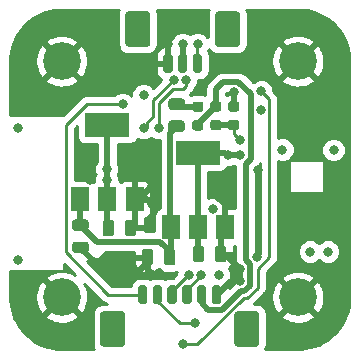
<source format=gbr>
%TF.GenerationSoftware,KiCad,Pcbnew,(5.99.0-2358-g6d8fb94d8)*%
%TF.CreationDate,2020-07-21T23:14:41+08:00*%
%TF.ProjectId,TheFC,54686546-432e-46b6-9963-61645f706362,1.0*%
%TF.SameCoordinates,Original*%
%TF.FileFunction,Copper,L4,Bot*%
%TF.FilePolarity,Positive*%
%FSLAX46Y46*%
G04 Gerber Fmt 4.6, Leading zero omitted, Abs format (unit mm)*
G04 Created by KiCad (PCBNEW (5.99.0-2358-g6d8fb94d8)) date 2020-07-21 23:14:41*
%MOMM*%
%LPD*%
G01*
G04 APERTURE LIST*
%TA.AperFunction,SMDPad,CuDef*%
%ADD10R,3.800000X2.000000*%
%TD*%
%TA.AperFunction,SMDPad,CuDef*%
%ADD11R,1.500000X2.000000*%
%TD*%
%TA.AperFunction,ComponentPad*%
%ADD12C,3.200000*%
%TD*%
%TA.AperFunction,ViaPad*%
%ADD13C,0.800000*%
%TD*%
%TA.AperFunction,Conductor*%
%ADD14C,0.500000*%
%TD*%
%TA.AperFunction,Conductor*%
%ADD15C,0.250000*%
%TD*%
%TA.AperFunction,Conductor*%
%ADD16C,0.254000*%
%TD*%
G04 APERTURE END LIST*
%TO.P,J1,MP*%
%TO.N,N/C*%
%TA.AperFunction,SMDPad,CuDef*%
G36*
G01*
X118000000Y-63535999D02*
X118000000Y-61036001D01*
G75*
G02*
X118250001Y-60786000I250001J0D01*
G01*
X119849999Y-60786000D01*
G75*
G02*
X120100000Y-61036001I0J-250001D01*
G01*
X120100000Y-63535999D01*
G75*
G02*
X119849999Y-63786000I-250001J0D01*
G01*
X118250001Y-63786000D01*
G75*
G02*
X118000000Y-63535999I0J250001D01*
G01*
G37*
%TD.AperFunction*%
%TA.AperFunction,SMDPad,CuDef*%
G36*
G01*
X110400000Y-63535999D02*
X110400000Y-61036001D01*
G75*
G02*
X110650001Y-60786000I250001J0D01*
G01*
X112249999Y-60786000D01*
G75*
G02*
X112500000Y-61036001I0J-250001D01*
G01*
X112500000Y-63535999D01*
G75*
G02*
X112249999Y-63786000I-250001J0D01*
G01*
X110650001Y-63786000D01*
G75*
G02*
X110400000Y-63535999I0J250001D01*
G01*
G37*
%TD.AperFunction*%
%TO.P,J1,3,Pin_3*%
%TO.N,PPM*%
%TA.AperFunction,SMDPad,CuDef*%
G36*
G01*
X116100000Y-65786000D02*
X116100000Y-64586000D01*
G75*
G02*
X116300000Y-64386000I200000J0D01*
G01*
X116700000Y-64386000D01*
G75*
G02*
X116900000Y-64586000I0J-200000D01*
G01*
X116900000Y-65786000D01*
G75*
G02*
X116700000Y-65986000I-200000J0D01*
G01*
X116300000Y-65986000D01*
G75*
G02*
X116100000Y-65786000I0J200000D01*
G01*
G37*
%TD.AperFunction*%
%TO.P,J1,2,Pin_2*%
%TO.N,+5V*%
%TA.AperFunction,SMDPad,CuDef*%
G36*
G01*
X114850000Y-65786000D02*
X114850000Y-64586000D01*
G75*
G02*
X115050000Y-64386000I200000J0D01*
G01*
X115450000Y-64386000D01*
G75*
G02*
X115650000Y-64586000I0J-200000D01*
G01*
X115650000Y-65786000D01*
G75*
G02*
X115450000Y-65986000I-200000J0D01*
G01*
X115050000Y-65986000D01*
G75*
G02*
X114850000Y-65786000I0J200000D01*
G01*
G37*
%TD.AperFunction*%
%TO.P,J1,1,Pin_1*%
%TO.N,GND*%
%TA.AperFunction,SMDPad,CuDef*%
G36*
G01*
X113600000Y-65786000D02*
X113600000Y-64586000D01*
G75*
G02*
X113800000Y-64386000I200000J0D01*
G01*
X114200000Y-64386000D01*
G75*
G02*
X114400000Y-64586000I0J-200000D01*
G01*
X114400000Y-65786000D01*
G75*
G02*
X114200000Y-65986000I-200000J0D01*
G01*
X113800000Y-65986000D01*
G75*
G02*
X113600000Y-65786000I0J200000D01*
G01*
G37*
%TD.AperFunction*%
%TD*%
%TO.P,J2,MP*%
%TO.N,N/C*%
%TA.AperFunction,SMDPad,CuDef*%
G36*
G01*
X110361000Y-86428001D02*
X110361000Y-88927999D01*
G75*
G02*
X110110999Y-89178000I-250001J0D01*
G01*
X108511001Y-89178000D01*
G75*
G02*
X108261000Y-88927999I0J250001D01*
G01*
X108261000Y-86428001D01*
G75*
G02*
X108511001Y-86178000I250001J0D01*
G01*
X110110999Y-86178000D01*
G75*
G02*
X110361000Y-86428001I0J-250001D01*
G01*
G37*
%TD.AperFunction*%
%TA.AperFunction,SMDPad,CuDef*%
G36*
G01*
X121711000Y-86428001D02*
X121711000Y-88927999D01*
G75*
G02*
X121460999Y-89178000I-250001J0D01*
G01*
X119861001Y-89178000D01*
G75*
G02*
X119611000Y-88927999I0J250001D01*
G01*
X119611000Y-86428001D01*
G75*
G02*
X119861001Y-86178000I250001J0D01*
G01*
X121460999Y-86178000D01*
G75*
G02*
X121711000Y-86428001I0J-250001D01*
G01*
G37*
%TD.AperFunction*%
%TO.P,J2,6,Pin_6*%
%TO.N,S4*%
%TA.AperFunction,SMDPad,CuDef*%
G36*
G01*
X112261000Y-84178000D02*
X112261000Y-85378000D01*
G75*
G02*
X112061000Y-85578000I-200000J0D01*
G01*
X111661000Y-85578000D01*
G75*
G02*
X111461000Y-85378000I0J200000D01*
G01*
X111461000Y-84178000D01*
G75*
G02*
X111661000Y-83978000I200000J0D01*
G01*
X112061000Y-83978000D01*
G75*
G02*
X112261000Y-84178000I0J-200000D01*
G01*
G37*
%TD.AperFunction*%
%TO.P,J2,5,Pin_5*%
%TO.N,S3/MOSI*%
%TA.AperFunction,SMDPad,CuDef*%
G36*
G01*
X113511000Y-84178000D02*
X113511000Y-85378000D01*
G75*
G02*
X113311000Y-85578000I-200000J0D01*
G01*
X112911000Y-85578000D01*
G75*
G02*
X112711000Y-85378000I0J200000D01*
G01*
X112711000Y-84178000D01*
G75*
G02*
X112911000Y-83978000I200000J0D01*
G01*
X113311000Y-83978000D01*
G75*
G02*
X113511000Y-84178000I0J-200000D01*
G01*
G37*
%TD.AperFunction*%
%TO.P,J2,4,Pin_4*%
%TO.N,S2*%
%TA.AperFunction,SMDPad,CuDef*%
G36*
G01*
X114761000Y-84178000D02*
X114761000Y-85378000D01*
G75*
G02*
X114561000Y-85578000I-200000J0D01*
G01*
X114161000Y-85578000D01*
G75*
G02*
X113961000Y-85378000I0J200000D01*
G01*
X113961000Y-84178000D01*
G75*
G02*
X114161000Y-83978000I200000J0D01*
G01*
X114561000Y-83978000D01*
G75*
G02*
X114761000Y-84178000I0J-200000D01*
G01*
G37*
%TD.AperFunction*%
%TO.P,J2,3,Pin_3*%
%TO.N,S1*%
%TA.AperFunction,SMDPad,CuDef*%
G36*
G01*
X116011000Y-84178000D02*
X116011000Y-85378000D01*
G75*
G02*
X115811000Y-85578000I-200000J0D01*
G01*
X115411000Y-85578000D01*
G75*
G02*
X115211000Y-85378000I0J200000D01*
G01*
X115211000Y-84178000D01*
G75*
G02*
X115411000Y-83978000I200000J0D01*
G01*
X115811000Y-83978000D01*
G75*
G02*
X116011000Y-84178000I0J-200000D01*
G01*
G37*
%TD.AperFunction*%
%TO.P,J2,2,Pin_2*%
%TO.N,VCC*%
%TA.AperFunction,SMDPad,CuDef*%
G36*
G01*
X117261000Y-84178000D02*
X117261000Y-85378000D01*
G75*
G02*
X117061000Y-85578000I-200000J0D01*
G01*
X116661000Y-85578000D01*
G75*
G02*
X116461000Y-85378000I0J200000D01*
G01*
X116461000Y-84178000D01*
G75*
G02*
X116661000Y-83978000I200000J0D01*
G01*
X117061000Y-83978000D01*
G75*
G02*
X117261000Y-84178000I0J-200000D01*
G01*
G37*
%TD.AperFunction*%
%TO.P,J2,1,Pin_1*%
%TO.N,GND*%
%TA.AperFunction,SMDPad,CuDef*%
G36*
G01*
X118511000Y-84178000D02*
X118511000Y-85378000D01*
G75*
G02*
X118311000Y-85578000I-200000J0D01*
G01*
X117911000Y-85578000D01*
G75*
G02*
X117711000Y-85378000I0J200000D01*
G01*
X117711000Y-84178000D01*
G75*
G02*
X117911000Y-83978000I200000J0D01*
G01*
X118311000Y-83978000D01*
G75*
G02*
X118511000Y-84178000I0J-200000D01*
G01*
G37*
%TD.AperFunction*%
%TD*%
D10*
%TO.P,U2,2,VO*%
%TO.N,+3V3*%
X116524000Y-72750000D03*
D11*
X116524000Y-79050000D03*
%TO.P,U2,3,VI*%
%TO.N,Net-(C6-Pad1)*%
X114224000Y-79050000D03*
%TO.P,U2,1,GND*%
%TO.N,GND*%
X118824000Y-79050000D03*
%TD*%
D10*
%TO.P,U1,2,VO*%
%TO.N,+5V*%
X108876000Y-70404500D03*
D11*
X108876000Y-76704500D03*
%TO.P,U1,3,VI*%
%TO.N,Net-(C6-Pad1)*%
X106576000Y-76704500D03*
%TO.P,U1,1,GND*%
%TO.N,GND*%
X111176000Y-76704500D03*
%TD*%
%TO.P,R9,1*%
%TO.N,BAT*%
%TA.AperFunction,SMDPad,CuDef*%
G36*
G01*
X119814250Y-70851500D02*
X119301750Y-70851500D01*
G75*
G02*
X119083000Y-70632750I0J218750D01*
G01*
X119083000Y-70195250D01*
G75*
G02*
X119301750Y-69976500I218750J0D01*
G01*
X119814250Y-69976500D01*
G75*
G02*
X120033000Y-70195250I0J-218750D01*
G01*
X120033000Y-70632750D01*
G75*
G02*
X119814250Y-70851500I-218750J0D01*
G01*
G37*
%TD.AperFunction*%
%TO.P,R9,2*%
%TO.N,GND*%
%TA.AperFunction,SMDPad,CuDef*%
G36*
G01*
X119814250Y-69276500D02*
X119301750Y-69276500D01*
G75*
G02*
X119083000Y-69057750I0J218750D01*
G01*
X119083000Y-68620250D01*
G75*
G02*
X119301750Y-68401500I218750J0D01*
G01*
X119814250Y-68401500D01*
G75*
G02*
X120033000Y-68620250I0J-218750D01*
G01*
X120033000Y-69057750D01*
G75*
G02*
X119814250Y-69276500I-218750J0D01*
G01*
G37*
%TD.AperFunction*%
%TD*%
%TO.P,R8,1*%
%TO.N,VCC*%
%TA.AperFunction,SMDPad,CuDef*%
G36*
G01*
X117803250Y-68401500D02*
X118315750Y-68401500D01*
G75*
G02*
X118534500Y-68620250I0J-218750D01*
G01*
X118534500Y-69057750D01*
G75*
G02*
X118315750Y-69276500I-218750J0D01*
G01*
X117803250Y-69276500D01*
G75*
G02*
X117584500Y-69057750I0J218750D01*
G01*
X117584500Y-68620250D01*
G75*
G02*
X117803250Y-68401500I218750J0D01*
G01*
G37*
%TD.AperFunction*%
%TO.P,R8,2*%
%TO.N,BAT*%
%TA.AperFunction,SMDPad,CuDef*%
G36*
G01*
X117803250Y-69976500D02*
X118315750Y-69976500D01*
G75*
G02*
X118534500Y-70195250I0J-218750D01*
G01*
X118534500Y-70632750D01*
G75*
G02*
X118315750Y-70851500I-218750J0D01*
G01*
X117803250Y-70851500D01*
G75*
G02*
X117584500Y-70632750I0J218750D01*
G01*
X117584500Y-70195250D01*
G75*
G02*
X117803250Y-69976500I218750J0D01*
G01*
G37*
%TD.AperFunction*%
%TD*%
D12*
%TO.P,H4,1,1*%
%TO.N,GND*%
X105000000Y-85000000D03*
%TD*%
%TO.P,H3,1,1*%
%TO.N,GND*%
X125000000Y-85000000D03*
%TD*%
%TO.P,H2,1,1*%
%TO.N,GND*%
X125000000Y-65000000D03*
%TD*%
%TO.P,H1,1,1*%
%TO.N,GND*%
X105000000Y-65000000D03*
%TD*%
%TO.P,FB2,1*%
%TO.N,Net-(F1-Pad2)*%
%TA.AperFunction,SMDPad,CuDef*%
G36*
G01*
X114275750Y-68148500D02*
X115188250Y-68148500D01*
G75*
G02*
X115432000Y-68392250I0J-243750D01*
G01*
X115432000Y-68879750D01*
G75*
G02*
X115188250Y-69123500I-243750J0D01*
G01*
X114275750Y-69123500D01*
G75*
G02*
X114032000Y-68879750I0J243750D01*
G01*
X114032000Y-68392250D01*
G75*
G02*
X114275750Y-68148500I243750J0D01*
G01*
G37*
%TD.AperFunction*%
%TO.P,FB2,2*%
%TO.N,Net-(C6-Pad1)*%
%TA.AperFunction,SMDPad,CuDef*%
G36*
G01*
X114275750Y-70023500D02*
X115188250Y-70023500D01*
G75*
G02*
X115432000Y-70267250I0J-243750D01*
G01*
X115432000Y-70754750D01*
G75*
G02*
X115188250Y-70998500I-243750J0D01*
G01*
X114275750Y-70998500D01*
G75*
G02*
X114032000Y-70754750I0J243750D01*
G01*
X114032000Y-70267250D01*
G75*
G02*
X114275750Y-70023500I243750J0D01*
G01*
G37*
%TD.AperFunction*%
%TD*%
%TO.P,F1,1*%
%TO.N,VCC*%
%TA.AperFunction,SMDPad,CuDef*%
G36*
G01*
X116791750Y-70877000D02*
X116279250Y-70877000D01*
G75*
G02*
X116060500Y-70658250I0J218750D01*
G01*
X116060500Y-70220750D01*
G75*
G02*
X116279250Y-70002000I218750J0D01*
G01*
X116791750Y-70002000D01*
G75*
G02*
X117010500Y-70220750I0J-218750D01*
G01*
X117010500Y-70658250D01*
G75*
G02*
X116791750Y-70877000I-218750J0D01*
G01*
G37*
%TD.AperFunction*%
%TO.P,F1,2*%
%TO.N,Net-(F1-Pad2)*%
%TA.AperFunction,SMDPad,CuDef*%
G36*
G01*
X116791750Y-69302000D02*
X116279250Y-69302000D01*
G75*
G02*
X116060500Y-69083250I0J218750D01*
G01*
X116060500Y-68645750D01*
G75*
G02*
X116279250Y-68427000I218750J0D01*
G01*
X116791750Y-68427000D01*
G75*
G02*
X117010500Y-68645750I0J-218750D01*
G01*
X117010500Y-69083250D01*
G75*
G02*
X116791750Y-69302000I-218750J0D01*
G01*
G37*
%TD.AperFunction*%
%TD*%
%TO.P,C10,1*%
%TO.N,+3V3*%
%TA.AperFunction,SMDPad,CuDef*%
G36*
G01*
X116101000Y-81792250D02*
X116101000Y-80879750D01*
G75*
G02*
X116344750Y-80636000I243750J0D01*
G01*
X116832250Y-80636000D01*
G75*
G02*
X117076000Y-80879750I0J-243750D01*
G01*
X117076000Y-81792250D01*
G75*
G02*
X116832250Y-82036000I-243750J0D01*
G01*
X116344750Y-82036000D01*
G75*
G02*
X116101000Y-81792250I0J243750D01*
G01*
G37*
%TD.AperFunction*%
%TO.P,C10,2*%
%TO.N,GND*%
%TA.AperFunction,SMDPad,CuDef*%
G36*
G01*
X117976000Y-81792250D02*
X117976000Y-80879750D01*
G75*
G02*
X118219750Y-80636000I243750J0D01*
G01*
X118707250Y-80636000D01*
G75*
G02*
X118951000Y-80879750I0J-243750D01*
G01*
X118951000Y-81792250D01*
G75*
G02*
X118707250Y-82036000I-243750J0D01*
G01*
X118219750Y-82036000D01*
G75*
G02*
X117976000Y-81792250I0J243750D01*
G01*
G37*
%TD.AperFunction*%
%TD*%
%TO.P,C9,1*%
%TO.N,+5V*%
%TA.AperFunction,SMDPad,CuDef*%
G36*
G01*
X108467000Y-79598750D02*
X108467000Y-78686250D01*
G75*
G02*
X108710750Y-78442500I243750J0D01*
G01*
X109198250Y-78442500D01*
G75*
G02*
X109442000Y-78686250I0J-243750D01*
G01*
X109442000Y-79598750D01*
G75*
G02*
X109198250Y-79842500I-243750J0D01*
G01*
X108710750Y-79842500D01*
G75*
G02*
X108467000Y-79598750I0J243750D01*
G01*
G37*
%TD.AperFunction*%
%TO.P,C9,2*%
%TO.N,GND*%
%TA.AperFunction,SMDPad,CuDef*%
G36*
G01*
X110342000Y-79598750D02*
X110342000Y-78686250D01*
G75*
G02*
X110585750Y-78442500I243750J0D01*
G01*
X111073250Y-78442500D01*
G75*
G02*
X111317000Y-78686250I0J-243750D01*
G01*
X111317000Y-79598750D01*
G75*
G02*
X111073250Y-79842500I-243750J0D01*
G01*
X110585750Y-79842500D01*
G75*
G02*
X110342000Y-79598750I0J243750D01*
G01*
G37*
%TD.AperFunction*%
%TD*%
%TO.P,C7,1*%
%TO.N,Net-(C6-Pad1)*%
%TA.AperFunction,SMDPad,CuDef*%
G36*
G01*
X114633000Y-81133750D02*
X114633000Y-82046250D01*
G75*
G02*
X114389250Y-82290000I-243750J0D01*
G01*
X113901750Y-82290000D01*
G75*
G02*
X113658000Y-82046250I0J243750D01*
G01*
X113658000Y-81133750D01*
G75*
G02*
X113901750Y-80890000I243750J0D01*
G01*
X114389250Y-80890000D01*
G75*
G02*
X114633000Y-81133750I0J-243750D01*
G01*
G37*
%TD.AperFunction*%
%TO.P,C7,2*%
%TO.N,GND*%
%TA.AperFunction,SMDPad,CuDef*%
G36*
G01*
X112758000Y-81133750D02*
X112758000Y-82046250D01*
G75*
G02*
X112514250Y-82290000I-243750J0D01*
G01*
X112026750Y-82290000D01*
G75*
G02*
X111783000Y-82046250I0J243750D01*
G01*
X111783000Y-81133750D01*
G75*
G02*
X112026750Y-80890000I243750J0D01*
G01*
X112514250Y-80890000D01*
G75*
G02*
X112758000Y-81133750I0J-243750D01*
G01*
G37*
%TD.AperFunction*%
%TD*%
%TO.P,C6,1*%
%TO.N,Net-(C6-Pad1)*%
%TA.AperFunction,SMDPad,CuDef*%
G36*
G01*
X106133750Y-78401000D02*
X107046250Y-78401000D01*
G75*
G02*
X107290000Y-78644750I0J-243750D01*
G01*
X107290000Y-79132250D01*
G75*
G02*
X107046250Y-79376000I-243750J0D01*
G01*
X106133750Y-79376000D01*
G75*
G02*
X105890000Y-79132250I0J243750D01*
G01*
X105890000Y-78644750D01*
G75*
G02*
X106133750Y-78401000I243750J0D01*
G01*
G37*
%TD.AperFunction*%
%TO.P,C6,2*%
%TO.N,GND*%
%TA.AperFunction,SMDPad,CuDef*%
G36*
G01*
X106133750Y-80276000D02*
X107046250Y-80276000D01*
G75*
G02*
X107290000Y-80519750I0J-243750D01*
G01*
X107290000Y-81007250D01*
G75*
G02*
X107046250Y-81251000I-243750J0D01*
G01*
X106133750Y-81251000D01*
G75*
G02*
X105890000Y-81007250I0J243750D01*
G01*
X105890000Y-80519750D01*
G75*
G02*
X106133750Y-80276000I243750J0D01*
G01*
G37*
%TD.AperFunction*%
%TD*%
D13*
%TO.N,GND*%
X117780000Y-76243250D03*
X117780000Y-75240000D03*
X120066000Y-83622000D03*
X120066000Y-82606000D03*
%TO.N,+3V3*%
X123698200Y-72496800D03*
%TO.N,GND*%
X123672800Y-77018000D03*
X121844000Y-69144000D03*
%TO.N,RESET*%
X121894800Y-67569200D03*
%TO.N,GND*%
X123693000Y-68433000D03*
X125471000Y-68433000D03*
%TO.N,+3V3*%
X128026890Y-72522200D03*
%TO.N,GND*%
X128052290Y-77018000D03*
X126995000Y-68433000D03*
X128519000Y-68433000D03*
%TO.N,+5V*%
X117780000Y-77526000D03*
%TO.N,+3V3*%
X119050000Y-72954000D03*
X120066000Y-72954000D03*
%TO.N,S1*%
X116764000Y-83114000D03*
%TO.N,S2*%
X115748000Y-83114000D03*
%TO.N,+5V*%
X111938000Y-67874000D03*
%TO.N,GND*%
X107874000Y-82098000D03*
%TO.N,S4*%
X110160000Y-68636000D03*
%TO.N,RX*%
X113208000Y-70668000D03*
%TO.N,TX*%
X111938000Y-70668000D03*
X114478000Y-66604000D03*
%TO.N,RX*%
X115494000Y-66604000D03*
%TO.N,BAT*%
X120066000Y-71684000D03*
%TO.N,PPM*%
X116510000Y-63556000D03*
%TO.N,GND*%
X113970000Y-63556000D03*
%TO.N,+5V*%
X115240000Y-63556000D03*
%TO.N,S3/MOSI*%
X116256000Y-87178000D03*
%TO.N,GND*%
X112446000Y-79050000D03*
%TO.N,+3V3*%
X127558290Y-81133000D03*
X126034290Y-81133000D03*
%TO.N,GND*%
X112700000Y-83114000D03*
X119558000Y-67620000D03*
%TO.N,RESET*%
X115240000Y-88956000D03*
%TO.N,+5V*%
X118288000Y-83114000D03*
%TO.N,GND*%
X118542000Y-65334000D03*
X111176000Y-83114000D03*
%TO.N,+5V*%
X108814500Y-74131500D03*
%TO.N,GND*%
X124510290Y-81164500D03*
%TO.N,+5V*%
X108814500Y-75046500D03*
%TO.N,GND*%
X107391500Y-74030500D03*
X107391500Y-75046500D03*
X112642625Y-77137250D03*
X112642625Y-75613250D03*
X121590000Y-74224000D03*
X101347990Y-70655250D03*
X101347990Y-81831250D03*
X121508625Y-81577250D03*
%TD*%
D14*
%TO.N,VCC*%
X118636000Y-66769999D02*
X118059500Y-67346499D01*
X118059500Y-67346499D02*
X118059500Y-68839000D01*
X120993999Y-67797997D02*
X119966001Y-66769999D01*
X120993999Y-73302000D02*
X120993999Y-67797997D01*
X119966001Y-66769999D02*
X118636000Y-66769999D01*
X120574000Y-73721999D02*
X120993999Y-73302000D01*
X120574000Y-81855998D02*
X120574000Y-73721999D01*
X120916001Y-82197999D02*
X120574000Y-81855998D01*
X120916001Y-84030001D02*
X120916001Y-82197999D01*
X120160209Y-84472001D02*
X120474001Y-84472001D01*
X117391030Y-86028010D02*
X118604200Y-86028010D01*
X120474001Y-84472001D02*
X120916001Y-84030001D01*
X118604200Y-86028010D02*
X120160209Y-84472001D01*
X116861000Y-85497980D02*
X117391030Y-86028010D01*
D15*
%TO.N,RESET*%
X116489397Y-88956000D02*
X115240000Y-88956000D01*
X120398386Y-85047011D02*
X116489397Y-88956000D01*
X120712177Y-85047011D02*
X120398386Y-85047011D01*
X121590000Y-82568877D02*
X121590000Y-84169188D01*
X122569001Y-81589876D02*
X121590000Y-82568877D01*
X121590000Y-84169188D02*
X120712177Y-85047011D01*
X122569001Y-68243401D02*
X122569001Y-81589876D01*
X121894800Y-67569200D02*
X122569001Y-68243401D01*
D14*
%TO.N,GND*%
X117780000Y-76243250D02*
X117780000Y-75240000D01*
X117780000Y-76243250D02*
X118824000Y-77114625D01*
X118824000Y-77114625D02*
X118824000Y-79050000D01*
X120066000Y-82606000D02*
X120066000Y-83622000D01*
X118463500Y-81336000D02*
X118796000Y-81336000D01*
X118796000Y-81336000D02*
X120066000Y-82606000D01*
X118111000Y-84778000D02*
X118148000Y-84778000D01*
X118148000Y-84778000D02*
X119304000Y-83622000D01*
X119304000Y-83622000D02*
X120066000Y-83622000D01*
D15*
%TO.N,TX*%
X112192000Y-70668000D02*
X112192000Y-70217002D01*
X112192000Y-70217002D02*
X112757990Y-69651012D01*
X112757990Y-69651012D02*
X112757990Y-68324010D01*
X112757990Y-68324010D02*
X114478000Y-66604000D01*
%TO.N,RX*%
X115494000Y-66604000D02*
X115494000Y-67112000D01*
X115494000Y-67112000D02*
X115276999Y-67329001D01*
D14*
%TO.N,GND*%
X112270500Y-81590000D02*
X112270500Y-82019500D01*
X112270500Y-82019500D02*
X111176000Y-83114000D01*
X112270500Y-81590000D02*
X112270500Y-82684500D01*
X112270500Y-82684500D02*
X112700000Y-83114000D01*
%TO.N,+3V3*%
X119050000Y-72954000D02*
X120066000Y-72954000D01*
X116524000Y-72750000D02*
X118846000Y-72750000D01*
X118846000Y-72750000D02*
X119050000Y-72954000D01*
D15*
%TO.N,S2*%
X114361000Y-84450527D02*
X115697527Y-83114000D01*
X115697527Y-83114000D02*
X115748000Y-83114000D01*
%TO.N,RX*%
X113208000Y-70668000D02*
X113208000Y-68510410D01*
X114389409Y-67329001D02*
X115276999Y-67329001D01*
X113208000Y-68510410D02*
X114389409Y-67329001D01*
%TO.N,TX*%
X114478000Y-66604000D02*
X114732000Y-66604000D01*
%TO.N,S3/MOSI*%
X113111000Y-85303000D02*
X114986000Y-87178000D01*
X114986000Y-87178000D02*
X116256000Y-87178000D01*
%TO.N,BAT*%
X119558000Y-70414000D02*
X119558000Y-71176000D01*
X119558000Y-71176000D02*
X120066000Y-71684000D01*
D14*
%TO.N,GND*%
X106590000Y-80814000D02*
X107874000Y-82098000D01*
X107391500Y-74030500D02*
X107391500Y-75046500D01*
%TO.N,Net-(F1-Pad2)*%
X116535500Y-68864500D02*
X114960500Y-68864500D01*
D15*
%TO.N,S1*%
X115611000Y-84324002D02*
X116764000Y-83171002D01*
X116764000Y-83171002D02*
X116764000Y-83114000D01*
D14*
%TO.N,GND*%
X112778500Y-83035500D02*
X112700000Y-83114000D01*
%TO.N,Net-(C6-Pad1)*%
X114173990Y-78999990D02*
X114173990Y-71069010D01*
X114173990Y-71069010D02*
X114732000Y-70511000D01*
D15*
%TO.N,S4*%
X110160000Y-68636000D02*
X107108088Y-68636000D01*
X105334000Y-70410088D02*
X105334000Y-81185830D01*
X107108088Y-68636000D02*
X105334000Y-70410088D01*
X105334000Y-81185830D02*
X108926170Y-84778000D01*
X108926170Y-84778000D02*
X111861000Y-84778000D01*
D14*
%TO.N,Net-(C6-Pad1)*%
X106590000Y-78888500D02*
X107994010Y-80292510D01*
X107994010Y-80292510D02*
X113356010Y-80292510D01*
X113356010Y-80292510D02*
X114224000Y-81160500D01*
D15*
%TO.N,PPM*%
X116500000Y-65186000D02*
X116500000Y-63566000D01*
D14*
X116500000Y-63566000D02*
X116510000Y-63556000D01*
%TO.N,GND*%
X114000000Y-65186000D02*
X114000000Y-63586000D01*
X114000000Y-63586000D02*
X113970000Y-63556000D01*
%TO.N,+5V*%
X115250000Y-65186000D02*
X115250000Y-63566000D01*
X115250000Y-63566000D02*
X115240000Y-63556000D01*
%TO.N,GND*%
X110829500Y-79142500D02*
X112353500Y-79142500D01*
X112353500Y-79142500D02*
X112446000Y-79050000D01*
X118463500Y-81336000D02*
X118463500Y-79410500D01*
X111551375Y-76704500D02*
X112642625Y-75613250D01*
X119558000Y-68839000D02*
X119558000Y-67620000D01*
%TO.N,+3V3*%
X116524000Y-79050000D02*
X116524000Y-81271500D01*
%TO.N,Net-(C6-Pad1)*%
X114224000Y-79050000D02*
X114224000Y-81160500D01*
%TO.N,GND*%
X111176000Y-76704500D02*
X112209875Y-76704500D01*
X112209875Y-76704500D02*
X112642625Y-77137250D01*
%TO.N,+5V*%
X108814500Y-74131500D02*
X108814500Y-75046500D01*
X108876000Y-70404500D02*
X108876000Y-74070000D01*
X108876000Y-74070000D02*
X108814500Y-74131500D01*
X108876000Y-76704500D02*
X108876000Y-75108000D01*
X108876000Y-75108000D02*
X108814500Y-75046500D01*
%TO.N,+3V3*%
X116524000Y-79050000D02*
X116524000Y-72750000D01*
%TO.N,GND*%
X112563125Y-75533750D02*
X112642625Y-75613250D01*
X111176000Y-76704500D02*
X111176000Y-78796000D01*
%TO.N,Net-(C6-Pad1)*%
X106576000Y-76704500D02*
X106576000Y-78874500D01*
%TO.N,+5V*%
X108876000Y-76704500D02*
X108876000Y-79064000D01*
%TO.N,VCC*%
X116535500Y-70363000D02*
X118059500Y-68839000D01*
%TO.N,BAT*%
X118059500Y-70414000D02*
X119558000Y-70414000D01*
%TD*%
%TO.N,GND*%
D16*
X124950584Y-60636838D02*
X124959863Y-60638001D01*
X124970987Y-60638565D01*
X124971369Y-60638583D01*
X125387589Y-60657119D01*
X125772119Y-60708768D01*
X126150516Y-60794391D01*
X126519830Y-60913319D01*
X126877084Y-61064598D01*
X127219492Y-61247043D01*
X127544328Y-61459203D01*
X127849013Y-61699399D01*
X128131131Y-61965719D01*
X128388471Y-62256077D01*
X128618968Y-62568146D01*
X128820821Y-62899485D01*
X128992416Y-63247445D01*
X129132408Y-63609303D01*
X129239671Y-63982137D01*
X129313369Y-64363060D01*
X129353425Y-64754014D01*
X129361170Y-65022887D01*
X129362065Y-65031807D01*
X129366000Y-65054588D01*
X129366001Y-84936507D01*
X129363163Y-84950582D01*
X129361999Y-84959862D01*
X129361435Y-84970986D01*
X129361417Y-84971368D01*
X129342881Y-85387589D01*
X129291232Y-85772118D01*
X129205609Y-86150516D01*
X129086681Y-86519830D01*
X128935402Y-86877084D01*
X128752957Y-87219492D01*
X128540797Y-87544328D01*
X128300610Y-87849002D01*
X128034280Y-88131132D01*
X127743923Y-88388471D01*
X127431854Y-88618968D01*
X127100515Y-88820821D01*
X126752555Y-88992416D01*
X126390707Y-89132405D01*
X126017849Y-89239673D01*
X125636940Y-89313369D01*
X125245986Y-89353425D01*
X124977113Y-89361170D01*
X124968193Y-89362065D01*
X124945412Y-89366000D01*
X122237617Y-89366000D01*
X122319116Y-89187541D01*
X122324194Y-89170248D01*
X122349582Y-88993670D01*
X122350224Y-88984693D01*
X122350224Y-86612320D01*
X123568699Y-86612320D01*
X123577814Y-86728135D01*
X123806604Y-86894363D01*
X123813873Y-86898922D01*
X124074740Y-87038798D01*
X124082560Y-87042329D01*
X124359998Y-87145507D01*
X124368224Y-87147944D01*
X124657098Y-87212514D01*
X124665579Y-87213812D01*
X124960543Y-87238581D01*
X124969122Y-87238716D01*
X125264718Y-87223225D01*
X125273236Y-87222194D01*
X125563996Y-87166728D01*
X125572295Y-87164551D01*
X125852836Y-87070138D01*
X125860762Y-87066855D01*
X126125896Y-86935242D01*
X126133303Y-86930913D01*
X126423477Y-86733712D01*
X126434637Y-86615656D01*
X125052191Y-85233210D01*
X124947809Y-85233210D01*
X123568699Y-86612320D01*
X122350224Y-86612320D01*
X122350224Y-86387622D01*
X122348780Y-86374192D01*
X122282907Y-86071377D01*
X122274277Y-86050543D01*
X122144255Y-85848224D01*
X122132452Y-85834603D01*
X121952408Y-85678593D01*
X121937246Y-85668849D01*
X121720541Y-85569884D01*
X121703248Y-85564806D01*
X121526670Y-85539418D01*
X121517693Y-85538776D01*
X121296628Y-85538776D01*
X121328584Y-85506820D01*
X121328587Y-85506816D01*
X121710805Y-85124598D01*
X122764541Y-85124598D01*
X122765035Y-85133164D01*
X122802133Y-85426832D01*
X122803785Y-85435252D01*
X122880397Y-85721168D01*
X122883176Y-85729285D01*
X122997881Y-86002159D01*
X123001736Y-86009824D01*
X123152413Y-86264606D01*
X123157273Y-86271677D01*
X123276974Y-86422701D01*
X123389776Y-86429205D01*
X124766790Y-85052191D01*
X124766790Y-84947809D01*
X125233210Y-84947809D01*
X125233210Y-85052191D01*
X126610388Y-86429369D01*
X126720911Y-86424736D01*
X126801873Y-86328930D01*
X126806953Y-86322015D01*
X126965559Y-86072093D01*
X126969653Y-86064553D01*
X127092873Y-85795417D01*
X127095905Y-85787391D01*
X127181459Y-85504022D01*
X127183375Y-85495659D01*
X127229731Y-85202974D01*
X127230505Y-85193766D01*
X127234073Y-84852988D01*
X127233493Y-84843766D01*
X127193276Y-84550176D01*
X127191536Y-84541774D01*
X127111936Y-84256675D01*
X127109072Y-84248588D01*
X126991515Y-83976930D01*
X126987580Y-83969306D01*
X126834243Y-83716116D01*
X126829309Y-83709096D01*
X126722158Y-83576777D01*
X126610114Y-83570905D01*
X125233210Y-84947809D01*
X124766790Y-84947809D01*
X123389831Y-83570850D01*
X123278547Y-83576098D01*
X123184309Y-83690011D01*
X123179302Y-83696979D01*
X123023323Y-83948549D01*
X123019308Y-83956131D01*
X122898912Y-84226543D01*
X122895964Y-84234601D01*
X122813382Y-84518850D01*
X122811554Y-84527233D01*
X122768313Y-84820059D01*
X122767640Y-84828613D01*
X122764541Y-85124598D01*
X121710805Y-85124598D01*
X122163444Y-84671960D01*
X122206236Y-84629168D01*
X122217894Y-84613122D01*
X122240865Y-84568039D01*
X122270605Y-84527105D01*
X122279610Y-84509434D01*
X122295245Y-84461315D01*
X122318218Y-84416227D01*
X122324346Y-84397365D01*
X122332263Y-84347383D01*
X122347897Y-84299268D01*
X122350999Y-84279679D01*
X122350999Y-84224379D01*
X122351000Y-84224367D01*
X122351000Y-83385626D01*
X123566645Y-83385626D01*
X124947809Y-84766790D01*
X125052191Y-84766790D01*
X126432243Y-83386738D01*
X126422455Y-83270174D01*
X126173493Y-83093244D01*
X126166177Y-83088761D01*
X125903859Y-82951625D01*
X125896003Y-82948176D01*
X125617500Y-82847909D01*
X125609248Y-82845558D01*
X125319715Y-82784016D01*
X125311220Y-82782807D01*
X125016013Y-82761128D01*
X125007433Y-82761083D01*
X124712015Y-82779669D01*
X124703508Y-82780789D01*
X124413346Y-82839297D01*
X124405070Y-82841561D01*
X124125533Y-82938905D01*
X124117641Y-82942272D01*
X123853901Y-83076654D01*
X123846539Y-83081060D01*
X123577115Y-83268315D01*
X123566645Y-83385626D01*
X122351000Y-83385626D01*
X122351000Y-82884092D01*
X123145607Y-82089487D01*
X123145620Y-82089472D01*
X123185237Y-82049856D01*
X123196895Y-82033810D01*
X123219867Y-81988726D01*
X123249607Y-81947792D01*
X123258611Y-81930122D01*
X123274246Y-81882003D01*
X123297219Y-81836915D01*
X123303347Y-81818053D01*
X123311264Y-81768071D01*
X123326898Y-81719956D01*
X123330000Y-81700367D01*
X123330000Y-81645067D01*
X123330001Y-81645055D01*
X123330001Y-81004938D01*
X124998290Y-81004938D01*
X124998290Y-81261062D01*
X125000446Y-81277438D01*
X125066736Y-81524835D01*
X125073057Y-81540095D01*
X125201119Y-81761905D01*
X125211174Y-81775009D01*
X125392281Y-81956116D01*
X125405385Y-81966171D01*
X125627195Y-82094233D01*
X125642455Y-82100554D01*
X125889852Y-82166844D01*
X125906228Y-82169000D01*
X126162352Y-82169000D01*
X126178728Y-82166844D01*
X126426125Y-82100554D01*
X126441385Y-82094233D01*
X126663195Y-81966171D01*
X126676299Y-81956116D01*
X126796290Y-81836125D01*
X126916281Y-81956116D01*
X126929385Y-81966171D01*
X127151195Y-82094233D01*
X127166455Y-82100554D01*
X127413852Y-82166844D01*
X127430228Y-82169000D01*
X127686352Y-82169000D01*
X127702728Y-82166844D01*
X127950125Y-82100554D01*
X127965385Y-82094233D01*
X128187195Y-81966171D01*
X128200299Y-81956116D01*
X128381406Y-81775009D01*
X128391461Y-81761905D01*
X128519523Y-81540095D01*
X128525844Y-81524835D01*
X128592134Y-81277438D01*
X128594290Y-81261062D01*
X128594290Y-81004938D01*
X128592134Y-80988562D01*
X128525844Y-80741165D01*
X128519523Y-80725905D01*
X128391461Y-80504095D01*
X128381406Y-80490991D01*
X128200299Y-80309884D01*
X128187195Y-80299829D01*
X127965385Y-80171767D01*
X127950125Y-80165446D01*
X127702728Y-80099156D01*
X127686352Y-80097000D01*
X127430228Y-80097000D01*
X127413852Y-80099156D01*
X127166455Y-80165446D01*
X127151195Y-80171767D01*
X126929385Y-80299829D01*
X126916281Y-80309884D01*
X126796290Y-80429875D01*
X126676299Y-80309884D01*
X126663195Y-80299829D01*
X126441385Y-80171767D01*
X126426125Y-80165446D01*
X126178728Y-80099156D01*
X126162352Y-80097000D01*
X125906228Y-80097000D01*
X125889852Y-80099156D01*
X125642455Y-80165446D01*
X125627195Y-80171767D01*
X125405385Y-80299829D01*
X125392281Y-80309884D01*
X125211174Y-80490991D01*
X125201119Y-80504095D01*
X125073057Y-80725905D01*
X125066736Y-80741165D01*
X125000446Y-80988562D01*
X124998290Y-81004938D01*
X123330001Y-81004938D01*
X123330001Y-76105191D01*
X124288888Y-76105191D01*
X124362697Y-76179000D01*
X127159479Y-76179000D01*
X127233288Y-76105191D01*
X127233290Y-73460809D01*
X127159481Y-73387000D01*
X124362699Y-73387000D01*
X124288890Y-73460809D01*
X124288888Y-76105191D01*
X123330001Y-76105191D01*
X123330001Y-73470687D01*
X123553762Y-73530644D01*
X123570138Y-73532800D01*
X123826262Y-73532800D01*
X123842638Y-73530644D01*
X124090035Y-73464354D01*
X124105295Y-73458033D01*
X124327105Y-73329971D01*
X124340209Y-73319916D01*
X124521316Y-73138809D01*
X124531371Y-73125705D01*
X124659433Y-72903895D01*
X124665754Y-72888635D01*
X124732044Y-72641238D01*
X124734200Y-72624862D01*
X124734200Y-72394138D01*
X126990890Y-72394138D01*
X126990890Y-72650262D01*
X126993046Y-72666638D01*
X127059336Y-72914035D01*
X127065657Y-72929295D01*
X127193719Y-73151105D01*
X127203774Y-73164209D01*
X127384881Y-73345316D01*
X127397985Y-73355371D01*
X127619795Y-73483433D01*
X127635055Y-73489754D01*
X127882452Y-73556044D01*
X127898828Y-73558200D01*
X128154952Y-73558200D01*
X128171328Y-73556044D01*
X128418725Y-73489754D01*
X128433985Y-73483433D01*
X128655795Y-73355371D01*
X128668899Y-73345316D01*
X128850006Y-73164209D01*
X128860061Y-73151105D01*
X128988123Y-72929295D01*
X128994444Y-72914035D01*
X129060734Y-72666638D01*
X129062890Y-72650262D01*
X129062890Y-72394138D01*
X129060734Y-72377762D01*
X128994444Y-72130365D01*
X128988123Y-72115105D01*
X128860061Y-71893295D01*
X128850006Y-71880191D01*
X128668899Y-71699084D01*
X128655795Y-71689029D01*
X128433985Y-71560967D01*
X128418725Y-71554646D01*
X128171328Y-71488356D01*
X128154952Y-71486200D01*
X127898828Y-71486200D01*
X127882452Y-71488356D01*
X127635055Y-71554646D01*
X127619795Y-71560967D01*
X127397985Y-71689029D01*
X127384881Y-71699084D01*
X127203774Y-71880191D01*
X127193719Y-71893295D01*
X127065657Y-72115105D01*
X127059336Y-72130365D01*
X126993046Y-72377762D01*
X126990890Y-72394138D01*
X124734200Y-72394138D01*
X124734200Y-72368738D01*
X124732044Y-72352362D01*
X124665754Y-72104965D01*
X124659433Y-72089705D01*
X124531371Y-71867895D01*
X124521316Y-71854791D01*
X124340209Y-71673684D01*
X124327105Y-71663629D01*
X124105295Y-71535567D01*
X124090035Y-71529246D01*
X123842638Y-71462956D01*
X123826262Y-71460800D01*
X123570138Y-71460800D01*
X123553762Y-71462956D01*
X123330001Y-71522913D01*
X123330001Y-68188222D01*
X123330000Y-68188210D01*
X123330000Y-68132910D01*
X123326898Y-68113321D01*
X123311264Y-68065206D01*
X123303347Y-68015224D01*
X123297219Y-67996362D01*
X123274246Y-67951274D01*
X123258611Y-67903155D01*
X123249606Y-67885484D01*
X123219866Y-67844550D01*
X123196895Y-67799467D01*
X123185237Y-67783421D01*
X122930800Y-67528985D01*
X122930800Y-67441138D01*
X122928644Y-67424762D01*
X122862354Y-67177365D01*
X122856033Y-67162105D01*
X122727971Y-66940295D01*
X122717916Y-66927191D01*
X122536809Y-66746084D01*
X122523705Y-66736029D01*
X122309435Y-66612320D01*
X123568699Y-66612320D01*
X123577814Y-66728135D01*
X123806604Y-66894363D01*
X123813873Y-66898922D01*
X124074740Y-67038798D01*
X124082560Y-67042329D01*
X124359998Y-67145507D01*
X124368224Y-67147944D01*
X124657098Y-67212514D01*
X124665579Y-67213812D01*
X124960543Y-67238581D01*
X124969122Y-67238716D01*
X125264718Y-67223225D01*
X125273236Y-67222194D01*
X125563996Y-67166728D01*
X125572295Y-67164551D01*
X125852836Y-67070138D01*
X125860762Y-67066855D01*
X126125896Y-66935242D01*
X126133303Y-66930913D01*
X126423477Y-66733712D01*
X126434637Y-66615656D01*
X125052191Y-65233210D01*
X124947809Y-65233210D01*
X123568699Y-66612320D01*
X122309435Y-66612320D01*
X122301895Y-66607967D01*
X122286635Y-66601646D01*
X122039238Y-66535356D01*
X122022862Y-66533200D01*
X121766738Y-66533200D01*
X121750362Y-66535356D01*
X121502965Y-66601646D01*
X121487705Y-66607967D01*
X121265895Y-66736029D01*
X121252791Y-66746084D01*
X121223935Y-66774940D01*
X120662690Y-66213696D01*
X120652494Y-66197536D01*
X120640858Y-66183864D01*
X120572384Y-66123391D01*
X120550741Y-66101747D01*
X120543968Y-66095875D01*
X120525881Y-66082319D01*
X120464228Y-66027870D01*
X120449223Y-66018014D01*
X120424740Y-66006520D01*
X120403105Y-65990305D01*
X120387358Y-65981683D01*
X120310365Y-65952820D01*
X120235737Y-65917782D01*
X120218182Y-65912474D01*
X120192505Y-65908636D01*
X120166702Y-65898963D01*
X120149168Y-65895108D01*
X120055322Y-65888134D01*
X120032292Y-65884692D01*
X120022967Y-65883999D01*
X119999682Y-65883999D01*
X119914165Y-65877643D01*
X119896253Y-65878864D01*
X119872198Y-65883999D01*
X118735258Y-65883999D01*
X118716630Y-65879784D01*
X118698735Y-65878344D01*
X118607587Y-65883999D01*
X118576947Y-65883999D01*
X118568005Y-65884636D01*
X118545606Y-65887844D01*
X118463536Y-65892936D01*
X118445956Y-65896576D01*
X118420524Y-65905757D01*
X118393752Y-65909591D01*
X118376521Y-65914630D01*
X118301642Y-65948675D01*
X118224122Y-65976660D01*
X118207955Y-65985320D01*
X118187094Y-66000757D01*
X118162002Y-66012165D01*
X118146877Y-66021838D01*
X118075574Y-66083277D01*
X118056869Y-66097117D01*
X118049785Y-66103221D01*
X118033334Y-66119673D01*
X117968355Y-66175662D01*
X117956554Y-66189191D01*
X117943175Y-66209831D01*
X117503197Y-66649810D01*
X117487037Y-66660006D01*
X117473365Y-66671642D01*
X117412886Y-66740121D01*
X117391248Y-66761759D01*
X117385376Y-66768532D01*
X117371817Y-66786623D01*
X117317371Y-66848273D01*
X117307515Y-66863277D01*
X117296020Y-66887760D01*
X117279805Y-66909396D01*
X117271184Y-66925143D01*
X117242319Y-67002140D01*
X117207283Y-67076765D01*
X117201974Y-67094321D01*
X117198138Y-67119992D01*
X117188464Y-67145797D01*
X117184609Y-67163332D01*
X117177635Y-67257178D01*
X117174193Y-67280209D01*
X117173500Y-67289534D01*
X117173500Y-67312818D01*
X117167144Y-67398335D01*
X117168365Y-67416246D01*
X117173500Y-67440302D01*
X117173500Y-67877683D01*
X117042628Y-67817916D01*
X117025335Y-67812838D01*
X116855490Y-67788418D01*
X116846513Y-67787776D01*
X116240038Y-67787776D01*
X116226608Y-67789220D01*
X115935554Y-67852535D01*
X115914720Y-67861165D01*
X115901045Y-67869953D01*
X115866748Y-67816587D01*
X115866228Y-67815987D01*
X115893406Y-67788810D01*
X115893411Y-67788803D01*
X115953802Y-67728412D01*
X115953809Y-67728407D01*
X116110236Y-67571980D01*
X116121894Y-67555934D01*
X116144867Y-67510847D01*
X116174606Y-67469916D01*
X116183611Y-67452244D01*
X116199245Y-67404126D01*
X116222218Y-67359039D01*
X116228347Y-67340177D01*
X116229363Y-67333761D01*
X116317116Y-67246009D01*
X116327171Y-67232905D01*
X116455233Y-67011095D01*
X116461554Y-66995835D01*
X116527844Y-66748438D01*
X116530000Y-66732062D01*
X116530000Y-66625224D01*
X116738507Y-66625224D01*
X116751937Y-66623780D01*
X117035938Y-66562000D01*
X117056772Y-66553370D01*
X117246871Y-66431201D01*
X117260492Y-66419398D01*
X117406989Y-66250332D01*
X117416733Y-66235170D01*
X117509664Y-66031678D01*
X117514742Y-66014385D01*
X117538582Y-65848575D01*
X117539224Y-65839598D01*
X117539224Y-65124598D01*
X122764541Y-65124598D01*
X122765035Y-65133164D01*
X122802133Y-65426832D01*
X122803785Y-65435252D01*
X122880397Y-65721168D01*
X122883176Y-65729285D01*
X122997881Y-66002159D01*
X123001736Y-66009824D01*
X123152413Y-66264606D01*
X123157273Y-66271677D01*
X123276974Y-66422701D01*
X123389776Y-66429205D01*
X124766790Y-65052191D01*
X124766790Y-64947809D01*
X125233210Y-64947809D01*
X125233210Y-65052191D01*
X126610388Y-66429369D01*
X126720911Y-66424736D01*
X126801873Y-66328930D01*
X126806953Y-66322015D01*
X126965559Y-66072093D01*
X126969653Y-66064553D01*
X127092873Y-65795417D01*
X127095905Y-65787391D01*
X127181459Y-65504022D01*
X127183375Y-65495659D01*
X127229731Y-65202974D01*
X127230505Y-65193766D01*
X127234073Y-64852988D01*
X127233493Y-64843766D01*
X127193276Y-64550176D01*
X127191536Y-64541774D01*
X127111936Y-64256675D01*
X127109072Y-64248588D01*
X126991515Y-63976930D01*
X126987580Y-63969306D01*
X126834243Y-63716116D01*
X126829309Y-63709096D01*
X126722158Y-63576777D01*
X126610114Y-63570905D01*
X125233210Y-64947809D01*
X124766790Y-64947809D01*
X123389831Y-63570850D01*
X123278547Y-63576098D01*
X123184309Y-63690011D01*
X123179302Y-63696979D01*
X123023323Y-63948549D01*
X123019308Y-63956131D01*
X122898912Y-64226543D01*
X122895964Y-64234601D01*
X122813382Y-64518850D01*
X122811554Y-64527233D01*
X122768313Y-64820059D01*
X122767640Y-64828613D01*
X122764541Y-65124598D01*
X117539224Y-65124598D01*
X117539224Y-64547493D01*
X117537780Y-64534063D01*
X117476000Y-64250062D01*
X117467370Y-64229228D01*
X117388466Y-64106451D01*
X117469998Y-63965234D01*
X117566745Y-64115776D01*
X117578548Y-64129397D01*
X117758592Y-64285407D01*
X117773754Y-64295151D01*
X117990459Y-64394116D01*
X118007752Y-64399194D01*
X118184330Y-64424582D01*
X118193307Y-64425224D01*
X119890378Y-64425224D01*
X119903808Y-64423780D01*
X120206623Y-64357907D01*
X120227457Y-64349277D01*
X120429776Y-64219255D01*
X120443397Y-64207452D01*
X120599407Y-64027408D01*
X120609151Y-64012246D01*
X120708116Y-63795541D01*
X120713194Y-63778248D01*
X120738582Y-63601670D01*
X120739224Y-63592693D01*
X120739224Y-63385626D01*
X123566645Y-63385626D01*
X124947809Y-64766790D01*
X125052191Y-64766790D01*
X126432243Y-63386738D01*
X126422455Y-63270174D01*
X126173493Y-63093244D01*
X126166177Y-63088761D01*
X125903859Y-62951625D01*
X125896003Y-62948176D01*
X125617500Y-62847909D01*
X125609248Y-62845558D01*
X125319715Y-62784016D01*
X125311220Y-62782807D01*
X125016013Y-62761128D01*
X125007433Y-62761083D01*
X124712015Y-62779669D01*
X124703508Y-62780789D01*
X124413346Y-62839297D01*
X124405070Y-62841561D01*
X124125533Y-62938905D01*
X124117641Y-62942272D01*
X123853901Y-63076654D01*
X123846539Y-63081060D01*
X123577115Y-63268315D01*
X123566645Y-63385626D01*
X120739224Y-63385626D01*
X120739224Y-60995622D01*
X120737780Y-60982192D01*
X120671907Y-60679377D01*
X120663277Y-60658543D01*
X120647504Y-60634000D01*
X124936511Y-60634000D01*
X124950584Y-60636838D01*
%TA.AperFunction,Conductor*%
G36*
X124950584Y-60636838D02*
G01*
X124959863Y-60638001D01*
X124970987Y-60638565D01*
X124971369Y-60638583D01*
X125387589Y-60657119D01*
X125772119Y-60708768D01*
X126150516Y-60794391D01*
X126519830Y-60913319D01*
X126877084Y-61064598D01*
X127219492Y-61247043D01*
X127544328Y-61459203D01*
X127849013Y-61699399D01*
X128131131Y-61965719D01*
X128388471Y-62256077D01*
X128618968Y-62568146D01*
X128820821Y-62899485D01*
X128992416Y-63247445D01*
X129132408Y-63609303D01*
X129239671Y-63982137D01*
X129313369Y-64363060D01*
X129353425Y-64754014D01*
X129361170Y-65022887D01*
X129362065Y-65031807D01*
X129366000Y-65054588D01*
X129366001Y-84936507D01*
X129363163Y-84950582D01*
X129361999Y-84959862D01*
X129361435Y-84970986D01*
X129361417Y-84971368D01*
X129342881Y-85387589D01*
X129291232Y-85772118D01*
X129205609Y-86150516D01*
X129086681Y-86519830D01*
X128935402Y-86877084D01*
X128752957Y-87219492D01*
X128540797Y-87544328D01*
X128300610Y-87849002D01*
X128034280Y-88131132D01*
X127743923Y-88388471D01*
X127431854Y-88618968D01*
X127100515Y-88820821D01*
X126752555Y-88992416D01*
X126390707Y-89132405D01*
X126017849Y-89239673D01*
X125636940Y-89313369D01*
X125245986Y-89353425D01*
X124977113Y-89361170D01*
X124968193Y-89362065D01*
X124945412Y-89366000D01*
X122237617Y-89366000D01*
X122319116Y-89187541D01*
X122324194Y-89170248D01*
X122349582Y-88993670D01*
X122350224Y-88984693D01*
X122350224Y-86612320D01*
X123568699Y-86612320D01*
X123577814Y-86728135D01*
X123806604Y-86894363D01*
X123813873Y-86898922D01*
X124074740Y-87038798D01*
X124082560Y-87042329D01*
X124359998Y-87145507D01*
X124368224Y-87147944D01*
X124657098Y-87212514D01*
X124665579Y-87213812D01*
X124960543Y-87238581D01*
X124969122Y-87238716D01*
X125264718Y-87223225D01*
X125273236Y-87222194D01*
X125563996Y-87166728D01*
X125572295Y-87164551D01*
X125852836Y-87070138D01*
X125860762Y-87066855D01*
X126125896Y-86935242D01*
X126133303Y-86930913D01*
X126423477Y-86733712D01*
X126434637Y-86615656D01*
X125052191Y-85233210D01*
X124947809Y-85233210D01*
X123568699Y-86612320D01*
X122350224Y-86612320D01*
X122350224Y-86387622D01*
X122348780Y-86374192D01*
X122282907Y-86071377D01*
X122274277Y-86050543D01*
X122144255Y-85848224D01*
X122132452Y-85834603D01*
X121952408Y-85678593D01*
X121937246Y-85668849D01*
X121720541Y-85569884D01*
X121703248Y-85564806D01*
X121526670Y-85539418D01*
X121517693Y-85538776D01*
X121296628Y-85538776D01*
X121328584Y-85506820D01*
X121328587Y-85506816D01*
X121710805Y-85124598D01*
X122764541Y-85124598D01*
X122765035Y-85133164D01*
X122802133Y-85426832D01*
X122803785Y-85435252D01*
X122880397Y-85721168D01*
X122883176Y-85729285D01*
X122997881Y-86002159D01*
X123001736Y-86009824D01*
X123152413Y-86264606D01*
X123157273Y-86271677D01*
X123276974Y-86422701D01*
X123389776Y-86429205D01*
X124766790Y-85052191D01*
X124766790Y-84947809D01*
X125233210Y-84947809D01*
X125233210Y-85052191D01*
X126610388Y-86429369D01*
X126720911Y-86424736D01*
X126801873Y-86328930D01*
X126806953Y-86322015D01*
X126965559Y-86072093D01*
X126969653Y-86064553D01*
X127092873Y-85795417D01*
X127095905Y-85787391D01*
X127181459Y-85504022D01*
X127183375Y-85495659D01*
X127229731Y-85202974D01*
X127230505Y-85193766D01*
X127234073Y-84852988D01*
X127233493Y-84843766D01*
X127193276Y-84550176D01*
X127191536Y-84541774D01*
X127111936Y-84256675D01*
X127109072Y-84248588D01*
X126991515Y-83976930D01*
X126987580Y-83969306D01*
X126834243Y-83716116D01*
X126829309Y-83709096D01*
X126722158Y-83576777D01*
X126610114Y-83570905D01*
X125233210Y-84947809D01*
X124766790Y-84947809D01*
X123389831Y-83570850D01*
X123278547Y-83576098D01*
X123184309Y-83690011D01*
X123179302Y-83696979D01*
X123023323Y-83948549D01*
X123019308Y-83956131D01*
X122898912Y-84226543D01*
X122895964Y-84234601D01*
X122813382Y-84518850D01*
X122811554Y-84527233D01*
X122768313Y-84820059D01*
X122767640Y-84828613D01*
X122764541Y-85124598D01*
X121710805Y-85124598D01*
X122163444Y-84671960D01*
X122206236Y-84629168D01*
X122217894Y-84613122D01*
X122240865Y-84568039D01*
X122270605Y-84527105D01*
X122279610Y-84509434D01*
X122295245Y-84461315D01*
X122318218Y-84416227D01*
X122324346Y-84397365D01*
X122332263Y-84347383D01*
X122347897Y-84299268D01*
X122350999Y-84279679D01*
X122350999Y-84224379D01*
X122351000Y-84224367D01*
X122351000Y-83385626D01*
X123566645Y-83385626D01*
X124947809Y-84766790D01*
X125052191Y-84766790D01*
X126432243Y-83386738D01*
X126422455Y-83270174D01*
X126173493Y-83093244D01*
X126166177Y-83088761D01*
X125903859Y-82951625D01*
X125896003Y-82948176D01*
X125617500Y-82847909D01*
X125609248Y-82845558D01*
X125319715Y-82784016D01*
X125311220Y-82782807D01*
X125016013Y-82761128D01*
X125007433Y-82761083D01*
X124712015Y-82779669D01*
X124703508Y-82780789D01*
X124413346Y-82839297D01*
X124405070Y-82841561D01*
X124125533Y-82938905D01*
X124117641Y-82942272D01*
X123853901Y-83076654D01*
X123846539Y-83081060D01*
X123577115Y-83268315D01*
X123566645Y-83385626D01*
X122351000Y-83385626D01*
X122351000Y-82884092D01*
X123145607Y-82089487D01*
X123145620Y-82089472D01*
X123185237Y-82049856D01*
X123196895Y-82033810D01*
X123219867Y-81988726D01*
X123249607Y-81947792D01*
X123258611Y-81930122D01*
X123274246Y-81882003D01*
X123297219Y-81836915D01*
X123303347Y-81818053D01*
X123311264Y-81768071D01*
X123326898Y-81719956D01*
X123330000Y-81700367D01*
X123330000Y-81645067D01*
X123330001Y-81645055D01*
X123330001Y-81004938D01*
X124998290Y-81004938D01*
X124998290Y-81261062D01*
X125000446Y-81277438D01*
X125066736Y-81524835D01*
X125073057Y-81540095D01*
X125201119Y-81761905D01*
X125211174Y-81775009D01*
X125392281Y-81956116D01*
X125405385Y-81966171D01*
X125627195Y-82094233D01*
X125642455Y-82100554D01*
X125889852Y-82166844D01*
X125906228Y-82169000D01*
X126162352Y-82169000D01*
X126178728Y-82166844D01*
X126426125Y-82100554D01*
X126441385Y-82094233D01*
X126663195Y-81966171D01*
X126676299Y-81956116D01*
X126796290Y-81836125D01*
X126916281Y-81956116D01*
X126929385Y-81966171D01*
X127151195Y-82094233D01*
X127166455Y-82100554D01*
X127413852Y-82166844D01*
X127430228Y-82169000D01*
X127686352Y-82169000D01*
X127702728Y-82166844D01*
X127950125Y-82100554D01*
X127965385Y-82094233D01*
X128187195Y-81966171D01*
X128200299Y-81956116D01*
X128381406Y-81775009D01*
X128391461Y-81761905D01*
X128519523Y-81540095D01*
X128525844Y-81524835D01*
X128592134Y-81277438D01*
X128594290Y-81261062D01*
X128594290Y-81004938D01*
X128592134Y-80988562D01*
X128525844Y-80741165D01*
X128519523Y-80725905D01*
X128391461Y-80504095D01*
X128381406Y-80490991D01*
X128200299Y-80309884D01*
X128187195Y-80299829D01*
X127965385Y-80171767D01*
X127950125Y-80165446D01*
X127702728Y-80099156D01*
X127686352Y-80097000D01*
X127430228Y-80097000D01*
X127413852Y-80099156D01*
X127166455Y-80165446D01*
X127151195Y-80171767D01*
X126929385Y-80299829D01*
X126916281Y-80309884D01*
X126796290Y-80429875D01*
X126676299Y-80309884D01*
X126663195Y-80299829D01*
X126441385Y-80171767D01*
X126426125Y-80165446D01*
X126178728Y-80099156D01*
X126162352Y-80097000D01*
X125906228Y-80097000D01*
X125889852Y-80099156D01*
X125642455Y-80165446D01*
X125627195Y-80171767D01*
X125405385Y-80299829D01*
X125392281Y-80309884D01*
X125211174Y-80490991D01*
X125201119Y-80504095D01*
X125073057Y-80725905D01*
X125066736Y-80741165D01*
X125000446Y-80988562D01*
X124998290Y-81004938D01*
X123330001Y-81004938D01*
X123330001Y-76105191D01*
X124288888Y-76105191D01*
X124362697Y-76179000D01*
X127159479Y-76179000D01*
X127233288Y-76105191D01*
X127233290Y-73460809D01*
X127159481Y-73387000D01*
X124362699Y-73387000D01*
X124288890Y-73460809D01*
X124288888Y-76105191D01*
X123330001Y-76105191D01*
X123330001Y-73470687D01*
X123553762Y-73530644D01*
X123570138Y-73532800D01*
X123826262Y-73532800D01*
X123842638Y-73530644D01*
X124090035Y-73464354D01*
X124105295Y-73458033D01*
X124327105Y-73329971D01*
X124340209Y-73319916D01*
X124521316Y-73138809D01*
X124531371Y-73125705D01*
X124659433Y-72903895D01*
X124665754Y-72888635D01*
X124732044Y-72641238D01*
X124734200Y-72624862D01*
X124734200Y-72394138D01*
X126990890Y-72394138D01*
X126990890Y-72650262D01*
X126993046Y-72666638D01*
X127059336Y-72914035D01*
X127065657Y-72929295D01*
X127193719Y-73151105D01*
X127203774Y-73164209D01*
X127384881Y-73345316D01*
X127397985Y-73355371D01*
X127619795Y-73483433D01*
X127635055Y-73489754D01*
X127882452Y-73556044D01*
X127898828Y-73558200D01*
X128154952Y-73558200D01*
X128171328Y-73556044D01*
X128418725Y-73489754D01*
X128433985Y-73483433D01*
X128655795Y-73355371D01*
X128668899Y-73345316D01*
X128850006Y-73164209D01*
X128860061Y-73151105D01*
X128988123Y-72929295D01*
X128994444Y-72914035D01*
X129060734Y-72666638D01*
X129062890Y-72650262D01*
X129062890Y-72394138D01*
X129060734Y-72377762D01*
X128994444Y-72130365D01*
X128988123Y-72115105D01*
X128860061Y-71893295D01*
X128850006Y-71880191D01*
X128668899Y-71699084D01*
X128655795Y-71689029D01*
X128433985Y-71560967D01*
X128418725Y-71554646D01*
X128171328Y-71488356D01*
X128154952Y-71486200D01*
X127898828Y-71486200D01*
X127882452Y-71488356D01*
X127635055Y-71554646D01*
X127619795Y-71560967D01*
X127397985Y-71689029D01*
X127384881Y-71699084D01*
X127203774Y-71880191D01*
X127193719Y-71893295D01*
X127065657Y-72115105D01*
X127059336Y-72130365D01*
X126993046Y-72377762D01*
X126990890Y-72394138D01*
X124734200Y-72394138D01*
X124734200Y-72368738D01*
X124732044Y-72352362D01*
X124665754Y-72104965D01*
X124659433Y-72089705D01*
X124531371Y-71867895D01*
X124521316Y-71854791D01*
X124340209Y-71673684D01*
X124327105Y-71663629D01*
X124105295Y-71535567D01*
X124090035Y-71529246D01*
X123842638Y-71462956D01*
X123826262Y-71460800D01*
X123570138Y-71460800D01*
X123553762Y-71462956D01*
X123330001Y-71522913D01*
X123330001Y-68188222D01*
X123330000Y-68188210D01*
X123330000Y-68132910D01*
X123326898Y-68113321D01*
X123311264Y-68065206D01*
X123303347Y-68015224D01*
X123297219Y-67996362D01*
X123274246Y-67951274D01*
X123258611Y-67903155D01*
X123249606Y-67885484D01*
X123219866Y-67844550D01*
X123196895Y-67799467D01*
X123185237Y-67783421D01*
X122930800Y-67528985D01*
X122930800Y-67441138D01*
X122928644Y-67424762D01*
X122862354Y-67177365D01*
X122856033Y-67162105D01*
X122727971Y-66940295D01*
X122717916Y-66927191D01*
X122536809Y-66746084D01*
X122523705Y-66736029D01*
X122309435Y-66612320D01*
X123568699Y-66612320D01*
X123577814Y-66728135D01*
X123806604Y-66894363D01*
X123813873Y-66898922D01*
X124074740Y-67038798D01*
X124082560Y-67042329D01*
X124359998Y-67145507D01*
X124368224Y-67147944D01*
X124657098Y-67212514D01*
X124665579Y-67213812D01*
X124960543Y-67238581D01*
X124969122Y-67238716D01*
X125264718Y-67223225D01*
X125273236Y-67222194D01*
X125563996Y-67166728D01*
X125572295Y-67164551D01*
X125852836Y-67070138D01*
X125860762Y-67066855D01*
X126125896Y-66935242D01*
X126133303Y-66930913D01*
X126423477Y-66733712D01*
X126434637Y-66615656D01*
X125052191Y-65233210D01*
X124947809Y-65233210D01*
X123568699Y-66612320D01*
X122309435Y-66612320D01*
X122301895Y-66607967D01*
X122286635Y-66601646D01*
X122039238Y-66535356D01*
X122022862Y-66533200D01*
X121766738Y-66533200D01*
X121750362Y-66535356D01*
X121502965Y-66601646D01*
X121487705Y-66607967D01*
X121265895Y-66736029D01*
X121252791Y-66746084D01*
X121223935Y-66774940D01*
X120662690Y-66213696D01*
X120652494Y-66197536D01*
X120640858Y-66183864D01*
X120572384Y-66123391D01*
X120550741Y-66101747D01*
X120543968Y-66095875D01*
X120525881Y-66082319D01*
X120464228Y-66027870D01*
X120449223Y-66018014D01*
X120424740Y-66006520D01*
X120403105Y-65990305D01*
X120387358Y-65981683D01*
X120310365Y-65952820D01*
X120235737Y-65917782D01*
X120218182Y-65912474D01*
X120192505Y-65908636D01*
X120166702Y-65898963D01*
X120149168Y-65895108D01*
X120055322Y-65888134D01*
X120032292Y-65884692D01*
X120022967Y-65883999D01*
X119999682Y-65883999D01*
X119914165Y-65877643D01*
X119896253Y-65878864D01*
X119872198Y-65883999D01*
X118735258Y-65883999D01*
X118716630Y-65879784D01*
X118698735Y-65878344D01*
X118607587Y-65883999D01*
X118576947Y-65883999D01*
X118568005Y-65884636D01*
X118545606Y-65887844D01*
X118463536Y-65892936D01*
X118445956Y-65896576D01*
X118420524Y-65905757D01*
X118393752Y-65909591D01*
X118376521Y-65914630D01*
X118301642Y-65948675D01*
X118224122Y-65976660D01*
X118207955Y-65985320D01*
X118187094Y-66000757D01*
X118162002Y-66012165D01*
X118146877Y-66021838D01*
X118075574Y-66083277D01*
X118056869Y-66097117D01*
X118049785Y-66103221D01*
X118033334Y-66119673D01*
X117968355Y-66175662D01*
X117956554Y-66189191D01*
X117943175Y-66209831D01*
X117503197Y-66649810D01*
X117487037Y-66660006D01*
X117473365Y-66671642D01*
X117412886Y-66740121D01*
X117391248Y-66761759D01*
X117385376Y-66768532D01*
X117371817Y-66786623D01*
X117317371Y-66848273D01*
X117307515Y-66863277D01*
X117296020Y-66887760D01*
X117279805Y-66909396D01*
X117271184Y-66925143D01*
X117242319Y-67002140D01*
X117207283Y-67076765D01*
X117201974Y-67094321D01*
X117198138Y-67119992D01*
X117188464Y-67145797D01*
X117184609Y-67163332D01*
X117177635Y-67257178D01*
X117174193Y-67280209D01*
X117173500Y-67289534D01*
X117173500Y-67312818D01*
X117167144Y-67398335D01*
X117168365Y-67416246D01*
X117173500Y-67440302D01*
X117173500Y-67877683D01*
X117042628Y-67817916D01*
X117025335Y-67812838D01*
X116855490Y-67788418D01*
X116846513Y-67787776D01*
X116240038Y-67787776D01*
X116226608Y-67789220D01*
X115935554Y-67852535D01*
X115914720Y-67861165D01*
X115901045Y-67869953D01*
X115866748Y-67816587D01*
X115866228Y-67815987D01*
X115893406Y-67788810D01*
X115893411Y-67788803D01*
X115953802Y-67728412D01*
X115953809Y-67728407D01*
X116110236Y-67571980D01*
X116121894Y-67555934D01*
X116144867Y-67510847D01*
X116174606Y-67469916D01*
X116183611Y-67452244D01*
X116199245Y-67404126D01*
X116222218Y-67359039D01*
X116228347Y-67340177D01*
X116229363Y-67333761D01*
X116317116Y-67246009D01*
X116327171Y-67232905D01*
X116455233Y-67011095D01*
X116461554Y-66995835D01*
X116527844Y-66748438D01*
X116530000Y-66732062D01*
X116530000Y-66625224D01*
X116738507Y-66625224D01*
X116751937Y-66623780D01*
X117035938Y-66562000D01*
X117056772Y-66553370D01*
X117246871Y-66431201D01*
X117260492Y-66419398D01*
X117406989Y-66250332D01*
X117416733Y-66235170D01*
X117509664Y-66031678D01*
X117514742Y-66014385D01*
X117538582Y-65848575D01*
X117539224Y-65839598D01*
X117539224Y-65124598D01*
X122764541Y-65124598D01*
X122765035Y-65133164D01*
X122802133Y-65426832D01*
X122803785Y-65435252D01*
X122880397Y-65721168D01*
X122883176Y-65729285D01*
X122997881Y-66002159D01*
X123001736Y-66009824D01*
X123152413Y-66264606D01*
X123157273Y-66271677D01*
X123276974Y-66422701D01*
X123389776Y-66429205D01*
X124766790Y-65052191D01*
X124766790Y-64947809D01*
X125233210Y-64947809D01*
X125233210Y-65052191D01*
X126610388Y-66429369D01*
X126720911Y-66424736D01*
X126801873Y-66328930D01*
X126806953Y-66322015D01*
X126965559Y-66072093D01*
X126969653Y-66064553D01*
X127092873Y-65795417D01*
X127095905Y-65787391D01*
X127181459Y-65504022D01*
X127183375Y-65495659D01*
X127229731Y-65202974D01*
X127230505Y-65193766D01*
X127234073Y-64852988D01*
X127233493Y-64843766D01*
X127193276Y-64550176D01*
X127191536Y-64541774D01*
X127111936Y-64256675D01*
X127109072Y-64248588D01*
X126991515Y-63976930D01*
X126987580Y-63969306D01*
X126834243Y-63716116D01*
X126829309Y-63709096D01*
X126722158Y-63576777D01*
X126610114Y-63570905D01*
X125233210Y-64947809D01*
X124766790Y-64947809D01*
X123389831Y-63570850D01*
X123278547Y-63576098D01*
X123184309Y-63690011D01*
X123179302Y-63696979D01*
X123023323Y-63948549D01*
X123019308Y-63956131D01*
X122898912Y-64226543D01*
X122895964Y-64234601D01*
X122813382Y-64518850D01*
X122811554Y-64527233D01*
X122768313Y-64820059D01*
X122767640Y-64828613D01*
X122764541Y-65124598D01*
X117539224Y-65124598D01*
X117539224Y-64547493D01*
X117537780Y-64534063D01*
X117476000Y-64250062D01*
X117467370Y-64229228D01*
X117388466Y-64106451D01*
X117469998Y-63965234D01*
X117566745Y-64115776D01*
X117578548Y-64129397D01*
X117758592Y-64285407D01*
X117773754Y-64295151D01*
X117990459Y-64394116D01*
X118007752Y-64399194D01*
X118184330Y-64424582D01*
X118193307Y-64425224D01*
X119890378Y-64425224D01*
X119903808Y-64423780D01*
X120206623Y-64357907D01*
X120227457Y-64349277D01*
X120429776Y-64219255D01*
X120443397Y-64207452D01*
X120599407Y-64027408D01*
X120609151Y-64012246D01*
X120708116Y-63795541D01*
X120713194Y-63778248D01*
X120738582Y-63601670D01*
X120739224Y-63592693D01*
X120739224Y-63385626D01*
X123566645Y-63385626D01*
X124947809Y-64766790D01*
X125052191Y-64766790D01*
X126432243Y-63386738D01*
X126422455Y-63270174D01*
X126173493Y-63093244D01*
X126166177Y-63088761D01*
X125903859Y-62951625D01*
X125896003Y-62948176D01*
X125617500Y-62847909D01*
X125609248Y-62845558D01*
X125319715Y-62784016D01*
X125311220Y-62782807D01*
X125016013Y-62761128D01*
X125007433Y-62761083D01*
X124712015Y-62779669D01*
X124703508Y-62780789D01*
X124413346Y-62839297D01*
X124405070Y-62841561D01*
X124125533Y-62938905D01*
X124117641Y-62942272D01*
X123853901Y-63076654D01*
X123846539Y-63081060D01*
X123577115Y-63268315D01*
X123566645Y-63385626D01*
X120739224Y-63385626D01*
X120739224Y-60995622D01*
X120737780Y-60982192D01*
X120671907Y-60679377D01*
X120663277Y-60658543D01*
X120647504Y-60634000D01*
X124936511Y-60634000D01*
X124950584Y-60636838D01*
G37*
%TD.AperFunction*%
X106154733Y-83082778D02*
X105903859Y-82951625D01*
X105896003Y-82948176D01*
X105617500Y-82847909D01*
X105609248Y-82845558D01*
X105319715Y-82784016D01*
X105311220Y-82782807D01*
X105016013Y-82761128D01*
X105007433Y-82761083D01*
X104712015Y-82779669D01*
X104703508Y-82780789D01*
X104413346Y-82839297D01*
X104405070Y-82841561D01*
X104125533Y-82938905D01*
X104117641Y-82942272D01*
X103853901Y-83076654D01*
X103846539Y-83081060D01*
X103577115Y-83268315D01*
X103566645Y-83385626D01*
X106610388Y-86429369D01*
X106720911Y-86424736D01*
X106801873Y-86328930D01*
X106806953Y-86322015D01*
X106965559Y-86072093D01*
X106969653Y-86064553D01*
X107092873Y-85795417D01*
X107095905Y-85787391D01*
X107181459Y-85504022D01*
X107183375Y-85495659D01*
X107229731Y-85202974D01*
X107230505Y-85193766D01*
X107234073Y-84852988D01*
X107233493Y-84843766D01*
X107193276Y-84550176D01*
X107191536Y-84541774D01*
X107111936Y-84256675D01*
X107109072Y-84248588D01*
X106991515Y-83976930D01*
X106987580Y-83969306D01*
X106905147Y-83833193D01*
X108426560Y-85354607D01*
X108426575Y-85354620D01*
X108466190Y-85394236D01*
X108482235Y-85405893D01*
X108527315Y-85428863D01*
X108568254Y-85458607D01*
X108585925Y-85467611D01*
X108634049Y-85483248D01*
X108679132Y-85506218D01*
X108697993Y-85512347D01*
X108747978Y-85520264D01*
X108796092Y-85535897D01*
X108814272Y-85538776D01*
X108470622Y-85538776D01*
X108457192Y-85540220D01*
X108154377Y-85606093D01*
X108133543Y-85614723D01*
X107931224Y-85744745D01*
X107917603Y-85756548D01*
X107761593Y-85936592D01*
X107751849Y-85951754D01*
X107652884Y-86168459D01*
X107647806Y-86185752D01*
X107622418Y-86362330D01*
X107621776Y-86371307D01*
X107621776Y-88968378D01*
X107623220Y-88981808D01*
X107689093Y-89284623D01*
X107697723Y-89305457D01*
X107736631Y-89366000D01*
X105063490Y-89366000D01*
X105049417Y-89363162D01*
X105040138Y-89361999D01*
X105029014Y-89361435D01*
X105028632Y-89361417D01*
X104612411Y-89342881D01*
X104227882Y-89291232D01*
X103849484Y-89205609D01*
X103480170Y-89086681D01*
X103122916Y-88935402D01*
X102780508Y-88752957D01*
X102455672Y-88540797D01*
X102150998Y-88300610D01*
X101868868Y-88034280D01*
X101611529Y-87743923D01*
X101381032Y-87431854D01*
X101179179Y-87100515D01*
X101007584Y-86752555D01*
X100953331Y-86612320D01*
X103568699Y-86612320D01*
X103577814Y-86728135D01*
X103806604Y-86894363D01*
X103813873Y-86898922D01*
X104074740Y-87038798D01*
X104082560Y-87042329D01*
X104359998Y-87145507D01*
X104368224Y-87147944D01*
X104657098Y-87212514D01*
X104665579Y-87213812D01*
X104960543Y-87238581D01*
X104969122Y-87238716D01*
X105264718Y-87223225D01*
X105273236Y-87222194D01*
X105563996Y-87166728D01*
X105572295Y-87164551D01*
X105852836Y-87070138D01*
X105860762Y-87066855D01*
X106125896Y-86935242D01*
X106133303Y-86930913D01*
X106423477Y-86733712D01*
X106434637Y-86615656D01*
X105052191Y-85233210D01*
X104947809Y-85233210D01*
X103568699Y-86612320D01*
X100953331Y-86612320D01*
X100867595Y-86390707D01*
X100760327Y-86017849D01*
X100686631Y-85636940D01*
X100646575Y-85245986D01*
X100643079Y-85124598D01*
X102764541Y-85124598D01*
X102765035Y-85133164D01*
X102802133Y-85426832D01*
X102803785Y-85435252D01*
X102880397Y-85721168D01*
X102883176Y-85729285D01*
X102997881Y-86002159D01*
X103001736Y-86009824D01*
X103152413Y-86264606D01*
X103157273Y-86271677D01*
X103276974Y-86422701D01*
X103389776Y-86429205D01*
X104766790Y-85052191D01*
X104766790Y-84947809D01*
X103389831Y-83570850D01*
X103278547Y-83576098D01*
X103184309Y-83690011D01*
X103179302Y-83696979D01*
X103023323Y-83948549D01*
X103019308Y-83956131D01*
X102898912Y-84226543D01*
X102895964Y-84234601D01*
X102813382Y-84518850D01*
X102811554Y-84527233D01*
X102768313Y-84820059D01*
X102767640Y-84828613D01*
X102764541Y-85124598D01*
X100643079Y-85124598D01*
X100638830Y-84977113D01*
X100637935Y-84968193D01*
X100634000Y-84945412D01*
X100634000Y-82732000D01*
X105132191Y-82732000D01*
X105206000Y-82658191D01*
X105206000Y-82134044D01*
X106154733Y-83082778D01*
%TA.AperFunction,Conductor*%
G36*
X106154733Y-83082778D02*
G01*
X105903859Y-82951625D01*
X105896003Y-82948176D01*
X105617500Y-82847909D01*
X105609248Y-82845558D01*
X105319715Y-82784016D01*
X105311220Y-82782807D01*
X105016013Y-82761128D01*
X105007433Y-82761083D01*
X104712015Y-82779669D01*
X104703508Y-82780789D01*
X104413346Y-82839297D01*
X104405070Y-82841561D01*
X104125533Y-82938905D01*
X104117641Y-82942272D01*
X103853901Y-83076654D01*
X103846539Y-83081060D01*
X103577115Y-83268315D01*
X103566645Y-83385626D01*
X106610388Y-86429369D01*
X106720911Y-86424736D01*
X106801873Y-86328930D01*
X106806953Y-86322015D01*
X106965559Y-86072093D01*
X106969653Y-86064553D01*
X107092873Y-85795417D01*
X107095905Y-85787391D01*
X107181459Y-85504022D01*
X107183375Y-85495659D01*
X107229731Y-85202974D01*
X107230505Y-85193766D01*
X107234073Y-84852988D01*
X107233493Y-84843766D01*
X107193276Y-84550176D01*
X107191536Y-84541774D01*
X107111936Y-84256675D01*
X107109072Y-84248588D01*
X106991515Y-83976930D01*
X106987580Y-83969306D01*
X106905147Y-83833193D01*
X108426560Y-85354607D01*
X108426575Y-85354620D01*
X108466190Y-85394236D01*
X108482235Y-85405893D01*
X108527315Y-85428863D01*
X108568254Y-85458607D01*
X108585925Y-85467611D01*
X108634049Y-85483248D01*
X108679132Y-85506218D01*
X108697993Y-85512347D01*
X108747978Y-85520264D01*
X108796092Y-85535897D01*
X108814272Y-85538776D01*
X108470622Y-85538776D01*
X108457192Y-85540220D01*
X108154377Y-85606093D01*
X108133543Y-85614723D01*
X107931224Y-85744745D01*
X107917603Y-85756548D01*
X107761593Y-85936592D01*
X107751849Y-85951754D01*
X107652884Y-86168459D01*
X107647806Y-86185752D01*
X107622418Y-86362330D01*
X107621776Y-86371307D01*
X107621776Y-88968378D01*
X107623220Y-88981808D01*
X107689093Y-89284623D01*
X107697723Y-89305457D01*
X107736631Y-89366000D01*
X105063490Y-89366000D01*
X105049417Y-89363162D01*
X105040138Y-89361999D01*
X105029014Y-89361435D01*
X105028632Y-89361417D01*
X104612411Y-89342881D01*
X104227882Y-89291232D01*
X103849484Y-89205609D01*
X103480170Y-89086681D01*
X103122916Y-88935402D01*
X102780508Y-88752957D01*
X102455672Y-88540797D01*
X102150998Y-88300610D01*
X101868868Y-88034280D01*
X101611529Y-87743923D01*
X101381032Y-87431854D01*
X101179179Y-87100515D01*
X101007584Y-86752555D01*
X100953331Y-86612320D01*
X103568699Y-86612320D01*
X103577814Y-86728135D01*
X103806604Y-86894363D01*
X103813873Y-86898922D01*
X104074740Y-87038798D01*
X104082560Y-87042329D01*
X104359998Y-87145507D01*
X104368224Y-87147944D01*
X104657098Y-87212514D01*
X104665579Y-87213812D01*
X104960543Y-87238581D01*
X104969122Y-87238716D01*
X105264718Y-87223225D01*
X105273236Y-87222194D01*
X105563996Y-87166728D01*
X105572295Y-87164551D01*
X105852836Y-87070138D01*
X105860762Y-87066855D01*
X106125896Y-86935242D01*
X106133303Y-86930913D01*
X106423477Y-86733712D01*
X106434637Y-86615656D01*
X105052191Y-85233210D01*
X104947809Y-85233210D01*
X103568699Y-86612320D01*
X100953331Y-86612320D01*
X100867595Y-86390707D01*
X100760327Y-86017849D01*
X100686631Y-85636940D01*
X100646575Y-85245986D01*
X100643079Y-85124598D01*
X102764541Y-85124598D01*
X102765035Y-85133164D01*
X102802133Y-85426832D01*
X102803785Y-85435252D01*
X102880397Y-85721168D01*
X102883176Y-85729285D01*
X102997881Y-86002159D01*
X103001736Y-86009824D01*
X103152413Y-86264606D01*
X103157273Y-86271677D01*
X103276974Y-86422701D01*
X103389776Y-86429205D01*
X104766790Y-85052191D01*
X104766790Y-84947809D01*
X103389831Y-83570850D01*
X103278547Y-83576098D01*
X103184309Y-83690011D01*
X103179302Y-83696979D01*
X103023323Y-83948549D01*
X103019308Y-83956131D01*
X102898912Y-84226543D01*
X102895964Y-84234601D01*
X102813382Y-84518850D01*
X102811554Y-84527233D01*
X102768313Y-84820059D01*
X102767640Y-84828613D01*
X102764541Y-85124598D01*
X100643079Y-85124598D01*
X100638830Y-84977113D01*
X100637935Y-84968193D01*
X100634000Y-84945412D01*
X100634000Y-82732000D01*
X105132191Y-82732000D01*
X105206000Y-82658191D01*
X105206000Y-82134044D01*
X106154733Y-83082778D01*
G37*
%TD.AperFunction*%
X119688000Y-81756740D02*
X119683785Y-81775368D01*
X119682345Y-81793263D01*
X119688000Y-81884411D01*
X119688000Y-81915050D01*
X119688637Y-81923992D01*
X119691845Y-81946391D01*
X119696937Y-82028461D01*
X119700577Y-82046041D01*
X119709758Y-82071473D01*
X119713592Y-82098246D01*
X119718631Y-82115476D01*
X119752671Y-82190346D01*
X119780660Y-82267875D01*
X119789320Y-82284041D01*
X119804759Y-82304907D01*
X119816167Y-82329996D01*
X119825839Y-82345120D01*
X119887271Y-82416415D01*
X119901119Y-82435129D01*
X119907223Y-82442213D01*
X119923675Y-82458665D01*
X119979663Y-82523643D01*
X119993192Y-82535445D01*
X120013837Y-82548826D01*
X120030002Y-82564991D01*
X120030001Y-83592316D01*
X119987745Y-83594938D01*
X119970165Y-83598578D01*
X119944733Y-83607759D01*
X119917960Y-83611593D01*
X119900730Y-83616632D01*
X119825860Y-83650672D01*
X119748331Y-83678661D01*
X119732165Y-83687321D01*
X119711299Y-83702760D01*
X119686210Y-83714168D01*
X119671085Y-83723840D01*
X119599780Y-83785281D01*
X119581078Y-83799120D01*
X119573994Y-83805223D01*
X119557543Y-83821675D01*
X119492564Y-83877664D01*
X119480762Y-83891193D01*
X119467381Y-83911837D01*
X119150224Y-84228994D01*
X119150224Y-84139493D01*
X119148780Y-84126063D01*
X119087000Y-83842062D01*
X119078370Y-83821227D01*
X119065666Y-83801459D01*
X119111116Y-83756009D01*
X119121171Y-83742905D01*
X119249233Y-83521095D01*
X119255554Y-83505835D01*
X119321844Y-83258438D01*
X119324000Y-83242062D01*
X119324000Y-82985938D01*
X119321844Y-82969562D01*
X119255554Y-82722165D01*
X119249233Y-82706905D01*
X119158901Y-82550446D01*
X119282913Y-82470748D01*
X119296534Y-82458945D01*
X119451355Y-82280274D01*
X119461099Y-82265111D01*
X119559309Y-82050059D01*
X119564387Y-82032766D01*
X119589582Y-81857534D01*
X119590224Y-81848556D01*
X119590224Y-81537809D01*
X119516415Y-81464000D01*
X118335500Y-81464000D01*
X118335500Y-81208000D01*
X119516415Y-81208000D01*
X119590224Y-81134191D01*
X119590224Y-80839604D01*
X119588780Y-80826174D01*
X119559557Y-80691837D01*
X119582259Y-80691837D01*
X119598634Y-80689681D01*
X119688000Y-80665736D01*
X119688000Y-81756740D01*
%TA.AperFunction,Conductor*%
G36*
X119688000Y-81756740D02*
G01*
X119683785Y-81775368D01*
X119682345Y-81793263D01*
X119688000Y-81884411D01*
X119688000Y-81915050D01*
X119688637Y-81923992D01*
X119691845Y-81946391D01*
X119696937Y-82028461D01*
X119700577Y-82046041D01*
X119709758Y-82071473D01*
X119713592Y-82098246D01*
X119718631Y-82115476D01*
X119752671Y-82190346D01*
X119780660Y-82267875D01*
X119789320Y-82284041D01*
X119804759Y-82304907D01*
X119816167Y-82329996D01*
X119825839Y-82345120D01*
X119887271Y-82416415D01*
X119901119Y-82435129D01*
X119907223Y-82442213D01*
X119923675Y-82458665D01*
X119979663Y-82523643D01*
X119993192Y-82535445D01*
X120013837Y-82548826D01*
X120030002Y-82564991D01*
X120030001Y-83592316D01*
X119987745Y-83594938D01*
X119970165Y-83598578D01*
X119944733Y-83607759D01*
X119917960Y-83611593D01*
X119900730Y-83616632D01*
X119825860Y-83650672D01*
X119748331Y-83678661D01*
X119732165Y-83687321D01*
X119711299Y-83702760D01*
X119686210Y-83714168D01*
X119671085Y-83723840D01*
X119599780Y-83785281D01*
X119581078Y-83799120D01*
X119573994Y-83805223D01*
X119557543Y-83821675D01*
X119492564Y-83877664D01*
X119480762Y-83891193D01*
X119467381Y-83911837D01*
X119150224Y-84228994D01*
X119150224Y-84139493D01*
X119148780Y-84126063D01*
X119087000Y-83842062D01*
X119078370Y-83821227D01*
X119065666Y-83801459D01*
X119111116Y-83756009D01*
X119121171Y-83742905D01*
X119249233Y-83521095D01*
X119255554Y-83505835D01*
X119321844Y-83258438D01*
X119324000Y-83242062D01*
X119324000Y-82985938D01*
X119321844Y-82969562D01*
X119255554Y-82722165D01*
X119249233Y-82706905D01*
X119158901Y-82550446D01*
X119282913Y-82470748D01*
X119296534Y-82458945D01*
X119451355Y-82280274D01*
X119461099Y-82265111D01*
X119559309Y-82050059D01*
X119564387Y-82032766D01*
X119589582Y-81857534D01*
X119590224Y-81848556D01*
X119590224Y-81537809D01*
X119516415Y-81464000D01*
X118335500Y-81464000D01*
X118335500Y-81208000D01*
X119516415Y-81208000D01*
X119590224Y-81134191D01*
X119590224Y-80839604D01*
X119588780Y-80826174D01*
X119559557Y-80691837D01*
X119582259Y-80691837D01*
X119598634Y-80689681D01*
X119688000Y-80665736D01*
X119688000Y-81756740D01*
G37*
%TD.AperFunction*%
X111143776Y-81388191D02*
X111217585Y-81462000D01*
X112068692Y-81462001D01*
X112068693Y-81462000D01*
X112398500Y-81462001D01*
X112398499Y-82855415D01*
X112472308Y-82929224D01*
X112554396Y-82929224D01*
X112567826Y-82927780D01*
X112868288Y-82862419D01*
X112889122Y-82853789D01*
X113089913Y-82724748D01*
X113103534Y-82712945D01*
X113205862Y-82594854D01*
X113223252Y-82621913D01*
X113235055Y-82635534D01*
X113413726Y-82790355D01*
X113428889Y-82800099D01*
X113643941Y-82898309D01*
X113661234Y-82903387D01*
X113836466Y-82928582D01*
X113845444Y-82929224D01*
X114429396Y-82929224D01*
X114442826Y-82927780D01*
X114742839Y-82862517D01*
X114714156Y-82969562D01*
X114712000Y-82985938D01*
X114712000Y-83023312D01*
X114396536Y-83338776D01*
X114122493Y-83338776D01*
X114109063Y-83340220D01*
X113825062Y-83402000D01*
X113804228Y-83410630D01*
X113739865Y-83451994D01*
X113556678Y-83368336D01*
X113539385Y-83363258D01*
X113373575Y-83339418D01*
X113364598Y-83338776D01*
X112872493Y-83338776D01*
X112859063Y-83340220D01*
X112575062Y-83402000D01*
X112554228Y-83410630D01*
X112489865Y-83451994D01*
X112306678Y-83368336D01*
X112289385Y-83363258D01*
X112123575Y-83339418D01*
X112114598Y-83338776D01*
X111622493Y-83338776D01*
X111609063Y-83340220D01*
X111325062Y-83402000D01*
X111304228Y-83410630D01*
X111114129Y-83532799D01*
X111100508Y-83544602D01*
X110954011Y-83713668D01*
X110944267Y-83728830D01*
X110851336Y-83932322D01*
X110846258Y-83949615D01*
X110836569Y-84017000D01*
X109241386Y-84017000D01*
X107110781Y-81886397D01*
X107400288Y-81823419D01*
X107421122Y-81814789D01*
X107456880Y-81791808D01*
X111143776Y-81791808D01*
X111143776Y-82086396D01*
X111145220Y-82099826D01*
X111210581Y-82400288D01*
X111219211Y-82421122D01*
X111348252Y-82621913D01*
X111360055Y-82635534D01*
X111538726Y-82790355D01*
X111553889Y-82800099D01*
X111768941Y-82898309D01*
X111786234Y-82903387D01*
X111961466Y-82928582D01*
X111970444Y-82929224D01*
X112068691Y-82929224D01*
X112142500Y-82855415D01*
X112142501Y-81791809D01*
X112068692Y-81718000D01*
X111217585Y-81717999D01*
X111143776Y-81791808D01*
X107456880Y-81791808D01*
X107574840Y-81716000D01*
X108153063Y-81716000D01*
X108199373Y-81696818D01*
X108717680Y-81178510D01*
X111143776Y-81178510D01*
X111143776Y-81388191D01*
%TA.AperFunction,Conductor*%
G36*
X111143776Y-81388191D02*
G01*
X111217585Y-81462000D01*
X112068692Y-81462001D01*
X112068693Y-81462000D01*
X112398500Y-81462001D01*
X112398499Y-82855415D01*
X112472308Y-82929224D01*
X112554396Y-82929224D01*
X112567826Y-82927780D01*
X112868288Y-82862419D01*
X112889122Y-82853789D01*
X113089913Y-82724748D01*
X113103534Y-82712945D01*
X113205862Y-82594854D01*
X113223252Y-82621913D01*
X113235055Y-82635534D01*
X113413726Y-82790355D01*
X113428889Y-82800099D01*
X113643941Y-82898309D01*
X113661234Y-82903387D01*
X113836466Y-82928582D01*
X113845444Y-82929224D01*
X114429396Y-82929224D01*
X114442826Y-82927780D01*
X114742839Y-82862517D01*
X114714156Y-82969562D01*
X114712000Y-82985938D01*
X114712000Y-83023312D01*
X114396536Y-83338776D01*
X114122493Y-83338776D01*
X114109063Y-83340220D01*
X113825062Y-83402000D01*
X113804228Y-83410630D01*
X113739865Y-83451994D01*
X113556678Y-83368336D01*
X113539385Y-83363258D01*
X113373575Y-83339418D01*
X113364598Y-83338776D01*
X112872493Y-83338776D01*
X112859063Y-83340220D01*
X112575062Y-83402000D01*
X112554228Y-83410630D01*
X112489865Y-83451994D01*
X112306678Y-83368336D01*
X112289385Y-83363258D01*
X112123575Y-83339418D01*
X112114598Y-83338776D01*
X111622493Y-83338776D01*
X111609063Y-83340220D01*
X111325062Y-83402000D01*
X111304228Y-83410630D01*
X111114129Y-83532799D01*
X111100508Y-83544602D01*
X110954011Y-83713668D01*
X110944267Y-83728830D01*
X110851336Y-83932322D01*
X110846258Y-83949615D01*
X110836569Y-84017000D01*
X109241386Y-84017000D01*
X107110781Y-81886397D01*
X107400288Y-81823419D01*
X107421122Y-81814789D01*
X107456880Y-81791808D01*
X111143776Y-81791808D01*
X111143776Y-82086396D01*
X111145220Y-82099826D01*
X111210581Y-82400288D01*
X111219211Y-82421122D01*
X111348252Y-82621913D01*
X111360055Y-82635534D01*
X111538726Y-82790355D01*
X111553889Y-82800099D01*
X111768941Y-82898309D01*
X111786234Y-82903387D01*
X111961466Y-82928582D01*
X111970444Y-82929224D01*
X112068691Y-82929224D01*
X112142500Y-82855415D01*
X112142501Y-81791809D01*
X112068692Y-81718000D01*
X111217585Y-81717999D01*
X111143776Y-81791808D01*
X107456880Y-81791808D01*
X107574840Y-81716000D01*
X108153063Y-81716000D01*
X108199373Y-81696818D01*
X108717680Y-81178510D01*
X111143776Y-81178510D01*
X111143776Y-81388191D01*
G37*
%TD.AperFunction*%
X121808002Y-81274658D02*
X121529763Y-81552898D01*
X121510338Y-81530354D01*
X121496809Y-81518553D01*
X121476166Y-81505172D01*
X121460000Y-81489006D01*
X121460000Y-74088990D01*
X121550302Y-73998688D01*
X121566461Y-73988492D01*
X121580133Y-73976857D01*
X121640609Y-73908381D01*
X121662251Y-73886740D01*
X121668123Y-73879967D01*
X121681682Y-73861875D01*
X121736127Y-73800228D01*
X121745984Y-73785223D01*
X121757477Y-73760744D01*
X121773694Y-73739106D01*
X121782315Y-73723358D01*
X121808001Y-73654839D01*
X121808002Y-81274658D01*
%TA.AperFunction,Conductor*%
G36*
X121808002Y-81274658D02*
G01*
X121529763Y-81552898D01*
X121510338Y-81530354D01*
X121496809Y-81518553D01*
X121476166Y-81505172D01*
X121460000Y-81489006D01*
X121460000Y-74088990D01*
X121550302Y-73998688D01*
X121566461Y-73988492D01*
X121580133Y-73976857D01*
X121640609Y-73908381D01*
X121662251Y-73886740D01*
X121668123Y-73879967D01*
X121681682Y-73861875D01*
X121736127Y-73800228D01*
X121745984Y-73785223D01*
X121757477Y-73760744D01*
X121773694Y-73739106D01*
X121782315Y-73723358D01*
X121808001Y-73654839D01*
X121808002Y-81274658D01*
G37*
%TD.AperFunction*%
X112579095Y-71501171D02*
X112800905Y-71629233D01*
X112816165Y-71635554D01*
X113063562Y-71701844D01*
X113079938Y-71704000D01*
X113287991Y-71704000D01*
X113287990Y-77453560D01*
X113170142Y-77485137D01*
X113145662Y-77497880D01*
X112989410Y-77628990D01*
X112975239Y-77645879D01*
X112874641Y-77820120D01*
X112867100Y-77840837D01*
X112833122Y-78033538D01*
X112832163Y-78044499D01*
X112832163Y-79406510D01*
X112064000Y-79406510D01*
X112064000Y-78313805D01*
X112229859Y-78269363D01*
X112254339Y-78256620D01*
X112410590Y-78125510D01*
X112424761Y-78108621D01*
X112525359Y-77934380D01*
X112532900Y-77913663D01*
X112566878Y-77720962D01*
X112567837Y-77710001D01*
X112567837Y-76906309D01*
X112494028Y-76832500D01*
X111377808Y-76832499D01*
X111377807Y-76832500D01*
X111048000Y-76832499D01*
X111048000Y-76502691D01*
X111303999Y-76502691D01*
X111377808Y-76576500D01*
X112494028Y-76576501D01*
X112567837Y-76502692D01*
X112567837Y-75696242D01*
X112565681Y-75679866D01*
X112490863Y-75400642D01*
X112478120Y-75376162D01*
X112347010Y-75219910D01*
X112330121Y-75205739D01*
X112155880Y-75105141D01*
X112135163Y-75097600D01*
X111942462Y-75063622D01*
X111931501Y-75062663D01*
X111377809Y-75062663D01*
X111304000Y-75136472D01*
X111303999Y-76502691D01*
X111048000Y-76502691D01*
X111048001Y-75136472D01*
X110974192Y-75062663D01*
X110417742Y-75062663D01*
X110401366Y-75064819D01*
X110122142Y-75139637D01*
X110097662Y-75152380D01*
X110032096Y-75207396D01*
X110030121Y-75205739D01*
X109855880Y-75105141D01*
X109850500Y-75103183D01*
X109850500Y-74918438D01*
X109848344Y-74902062D01*
X109782054Y-74654665D01*
X109775733Y-74639405D01*
X109746632Y-74589000D01*
X109775733Y-74538595D01*
X109782054Y-74523335D01*
X109848344Y-74275938D01*
X109850500Y-74259562D01*
X109850500Y-74003438D01*
X109848344Y-73987062D01*
X109782054Y-73739665D01*
X109775733Y-73724405D01*
X109762000Y-73700619D01*
X109762000Y-72046337D01*
X110784258Y-72046337D01*
X110800634Y-72044181D01*
X111079859Y-71969363D01*
X111104339Y-71956620D01*
X111260590Y-71825510D01*
X111274761Y-71808621D01*
X111375359Y-71634380D01*
X111382900Y-71613663D01*
X111394083Y-71550239D01*
X111530905Y-71629233D01*
X111546165Y-71635554D01*
X111793562Y-71701844D01*
X111809938Y-71704000D01*
X112066062Y-71704000D01*
X112082438Y-71701844D01*
X112329835Y-71635554D01*
X112345095Y-71629233D01*
X112566905Y-71501171D01*
X112573000Y-71496494D01*
X112579095Y-71501171D01*
%TA.AperFunction,Conductor*%
G36*
X112579095Y-71501171D02*
G01*
X112800905Y-71629233D01*
X112816165Y-71635554D01*
X113063562Y-71701844D01*
X113079938Y-71704000D01*
X113287991Y-71704000D01*
X113287990Y-77453560D01*
X113170142Y-77485137D01*
X113145662Y-77497880D01*
X112989410Y-77628990D01*
X112975239Y-77645879D01*
X112874641Y-77820120D01*
X112867100Y-77840837D01*
X112833122Y-78033538D01*
X112832163Y-78044499D01*
X112832163Y-79406510D01*
X112064000Y-79406510D01*
X112064000Y-78313805D01*
X112229859Y-78269363D01*
X112254339Y-78256620D01*
X112410590Y-78125510D01*
X112424761Y-78108621D01*
X112525359Y-77934380D01*
X112532900Y-77913663D01*
X112566878Y-77720962D01*
X112567837Y-77710001D01*
X112567837Y-76906309D01*
X112494028Y-76832500D01*
X111377808Y-76832499D01*
X111377807Y-76832500D01*
X111048000Y-76832499D01*
X111048000Y-76502691D01*
X111303999Y-76502691D01*
X111377808Y-76576500D01*
X112494028Y-76576501D01*
X112567837Y-76502692D01*
X112567837Y-75696242D01*
X112565681Y-75679866D01*
X112490863Y-75400642D01*
X112478120Y-75376162D01*
X112347010Y-75219910D01*
X112330121Y-75205739D01*
X112155880Y-75105141D01*
X112135163Y-75097600D01*
X111942462Y-75063622D01*
X111931501Y-75062663D01*
X111377809Y-75062663D01*
X111304000Y-75136472D01*
X111303999Y-76502691D01*
X111048000Y-76502691D01*
X111048001Y-75136472D01*
X110974192Y-75062663D01*
X110417742Y-75062663D01*
X110401366Y-75064819D01*
X110122142Y-75139637D01*
X110097662Y-75152380D01*
X110032096Y-75207396D01*
X110030121Y-75205739D01*
X109855880Y-75105141D01*
X109850500Y-75103183D01*
X109850500Y-74918438D01*
X109848344Y-74902062D01*
X109782054Y-74654665D01*
X109775733Y-74639405D01*
X109746632Y-74589000D01*
X109775733Y-74538595D01*
X109782054Y-74523335D01*
X109848344Y-74275938D01*
X109850500Y-74259562D01*
X109850500Y-74003438D01*
X109848344Y-73987062D01*
X109782054Y-73739665D01*
X109775733Y-73724405D01*
X109762000Y-73700619D01*
X109762000Y-72046337D01*
X110784258Y-72046337D01*
X110800634Y-72044181D01*
X111079859Y-71969363D01*
X111104339Y-71956620D01*
X111260590Y-71825510D01*
X111274761Y-71808621D01*
X111375359Y-71634380D01*
X111382900Y-71613663D01*
X111394083Y-71550239D01*
X111530905Y-71629233D01*
X111546165Y-71635554D01*
X111793562Y-71701844D01*
X111809938Y-71704000D01*
X112066062Y-71704000D01*
X112082438Y-71701844D01*
X112329835Y-71635554D01*
X112345095Y-71629233D01*
X112566905Y-71501171D01*
X112573000Y-71496494D01*
X112579095Y-71501171D01*
G37*
%TD.AperFunction*%
X119658905Y-73915233D02*
X119674165Y-73921554D01*
X119688001Y-73925261D01*
X119688001Y-77426321D01*
X119590462Y-77409122D01*
X119579501Y-77408163D01*
X119025809Y-77408163D01*
X118952000Y-77481972D01*
X118951999Y-79178000D01*
X118696000Y-79177999D01*
X118696001Y-78011439D01*
X118741233Y-77933095D01*
X118747554Y-77917835D01*
X118813844Y-77670438D01*
X118816000Y-77654062D01*
X118816000Y-77397938D01*
X118813844Y-77381562D01*
X118747554Y-77134165D01*
X118741233Y-77118905D01*
X118613171Y-76897095D01*
X118603116Y-76883991D01*
X118422009Y-76702884D01*
X118408905Y-76692829D01*
X118187095Y-76564767D01*
X118171835Y-76558446D01*
X117924438Y-76492156D01*
X117908062Y-76490000D01*
X117651938Y-76490000D01*
X117635562Y-76492156D01*
X117410000Y-76552595D01*
X117410000Y-74391837D01*
X118432258Y-74391837D01*
X118448634Y-74389681D01*
X118727859Y-74314863D01*
X118752339Y-74302120D01*
X118908590Y-74171010D01*
X118922761Y-74154121D01*
X119017516Y-73990000D01*
X119178062Y-73990000D01*
X119194438Y-73987844D01*
X119441835Y-73921554D01*
X119457095Y-73915233D01*
X119558000Y-73856975D01*
X119658905Y-73915233D01*
%TA.AperFunction,Conductor*%
G36*
X119658905Y-73915233D02*
G01*
X119674165Y-73921554D01*
X119688001Y-73925261D01*
X119688001Y-77426321D01*
X119590462Y-77409122D01*
X119579501Y-77408163D01*
X119025809Y-77408163D01*
X118952000Y-77481972D01*
X118951999Y-79178000D01*
X118696000Y-79177999D01*
X118696001Y-78011439D01*
X118741233Y-77933095D01*
X118747554Y-77917835D01*
X118813844Y-77670438D01*
X118816000Y-77654062D01*
X118816000Y-77397938D01*
X118813844Y-77381562D01*
X118747554Y-77134165D01*
X118741233Y-77118905D01*
X118613171Y-76897095D01*
X118603116Y-76883991D01*
X118422009Y-76702884D01*
X118408905Y-76692829D01*
X118187095Y-76564767D01*
X118171835Y-76558446D01*
X117924438Y-76492156D01*
X117908062Y-76490000D01*
X117651938Y-76490000D01*
X117635562Y-76492156D01*
X117410000Y-76552595D01*
X117410000Y-74391837D01*
X118432258Y-74391837D01*
X118448634Y-74389681D01*
X118727859Y-74314863D01*
X118752339Y-74302120D01*
X118908590Y-74171010D01*
X118922761Y-74154121D01*
X119017516Y-73990000D01*
X119178062Y-73990000D01*
X119194438Y-73987844D01*
X119441835Y-73921554D01*
X119457095Y-73915233D01*
X119558000Y-73856975D01*
X119658905Y-73915233D01*
G37*
%TD.AperFunction*%
X106334163Y-71412758D02*
X106336319Y-71429134D01*
X106411137Y-71708359D01*
X106423880Y-71732839D01*
X106554990Y-71889090D01*
X106571879Y-71903261D01*
X106746120Y-72003859D01*
X106766837Y-72011400D01*
X106959538Y-72045378D01*
X106970499Y-72046337D01*
X107990000Y-72046337D01*
X107990001Y-73491293D01*
X107981329Y-73502595D01*
X107853267Y-73724405D01*
X107846946Y-73739665D01*
X107780656Y-73987062D01*
X107778500Y-74003438D01*
X107778500Y-74259562D01*
X107780656Y-74275938D01*
X107846946Y-74523335D01*
X107853267Y-74538595D01*
X107882368Y-74589000D01*
X107853267Y-74639405D01*
X107846946Y-74654665D01*
X107780656Y-74902062D01*
X107778500Y-74918438D01*
X107778500Y-75168459D01*
X107732096Y-75207396D01*
X107730121Y-75205739D01*
X107555880Y-75105141D01*
X107535163Y-75097600D01*
X107342462Y-75063622D01*
X107331501Y-75062663D01*
X106095000Y-75062663D01*
X106095000Y-70725303D01*
X106334163Y-70486141D01*
X106334163Y-71412758D01*
%TA.AperFunction,Conductor*%
G36*
X106334163Y-71412758D02*
G01*
X106336319Y-71429134D01*
X106411137Y-71708359D01*
X106423880Y-71732839D01*
X106554990Y-71889090D01*
X106571879Y-71903261D01*
X106746120Y-72003859D01*
X106766837Y-72011400D01*
X106959538Y-72045378D01*
X106970499Y-72046337D01*
X107990000Y-72046337D01*
X107990001Y-73491293D01*
X107981329Y-73502595D01*
X107853267Y-73724405D01*
X107846946Y-73739665D01*
X107780656Y-73987062D01*
X107778500Y-74003438D01*
X107778500Y-74259562D01*
X107780656Y-74275938D01*
X107846946Y-74523335D01*
X107853267Y-74538595D01*
X107882368Y-74589000D01*
X107853267Y-74639405D01*
X107846946Y-74654665D01*
X107780656Y-74902062D01*
X107778500Y-74918438D01*
X107778500Y-75168459D01*
X107732096Y-75207396D01*
X107730121Y-75205739D01*
X107555880Y-75105141D01*
X107535163Y-75097600D01*
X107342462Y-75063622D01*
X107331501Y-75062663D01*
X106095000Y-75062663D01*
X106095000Y-70725303D01*
X106334163Y-70486141D01*
X106334163Y-71412758D01*
G37*
%TD.AperFunction*%
X109791884Y-60776459D02*
X109786806Y-60793752D01*
X109761418Y-60970330D01*
X109760776Y-60979307D01*
X109760776Y-63576378D01*
X109762220Y-63589808D01*
X109828093Y-63892623D01*
X109836723Y-63913457D01*
X109966745Y-64115776D01*
X109978548Y-64129397D01*
X110158592Y-64285407D01*
X110173754Y-64295151D01*
X110390459Y-64394116D01*
X110407752Y-64399194D01*
X110584330Y-64424582D01*
X110593307Y-64425224D01*
X112290378Y-64425224D01*
X112303808Y-64423780D01*
X112606623Y-64357907D01*
X112627457Y-64349277D01*
X112829776Y-64219255D01*
X112843397Y-64207452D01*
X112999407Y-64027408D01*
X113009151Y-64012246D01*
X113108116Y-63795541D01*
X113113194Y-63778248D01*
X113138582Y-63601670D01*
X113139224Y-63592693D01*
X113139224Y-60995622D01*
X113137780Y-60982192D01*
X113071907Y-60679377D01*
X113063277Y-60658543D01*
X113047504Y-60634000D01*
X117456942Y-60634000D01*
X117391884Y-60776459D01*
X117386806Y-60793752D01*
X117361418Y-60970330D01*
X117360776Y-60979307D01*
X117360776Y-62957588D01*
X117343171Y-62927095D01*
X117333116Y-62913991D01*
X117152009Y-62732884D01*
X117138905Y-62722829D01*
X116917095Y-62594767D01*
X116901835Y-62588446D01*
X116654438Y-62522156D01*
X116638062Y-62520000D01*
X116381938Y-62520000D01*
X116365562Y-62522156D01*
X116118165Y-62588446D01*
X116102905Y-62594767D01*
X115881095Y-62722829D01*
X115875000Y-62727506D01*
X115868905Y-62722829D01*
X115647095Y-62594767D01*
X115631835Y-62588446D01*
X115384438Y-62522156D01*
X115368062Y-62520000D01*
X115111938Y-62520000D01*
X115095562Y-62522156D01*
X114848165Y-62588446D01*
X114832905Y-62594767D01*
X114611095Y-62722829D01*
X114597991Y-62732884D01*
X114416884Y-62913991D01*
X114406829Y-62927095D01*
X114278767Y-63148905D01*
X114272446Y-63164165D01*
X114206156Y-63411562D01*
X114204000Y-63427938D01*
X114204000Y-63684062D01*
X114206156Y-63700438D01*
X114216988Y-63740863D01*
X114214975Y-63740574D01*
X114128000Y-63815939D01*
X114128000Y-65314000D01*
X113034585Y-65314000D01*
X112960776Y-65387809D01*
X112960776Y-65824507D01*
X112962220Y-65837937D01*
X113024000Y-66121938D01*
X113032630Y-66142772D01*
X113154799Y-66332871D01*
X113166602Y-66346492D01*
X113335668Y-66492989D01*
X113350831Y-66502733D01*
X113442000Y-66544369D01*
X113442000Y-66563784D01*
X112766620Y-67239164D01*
X112761116Y-67231991D01*
X112580009Y-67050884D01*
X112566905Y-67040829D01*
X112345095Y-66912767D01*
X112329835Y-66906446D01*
X112082438Y-66840156D01*
X112066062Y-66838000D01*
X111809938Y-66838000D01*
X111793562Y-66840156D01*
X111546165Y-66906446D01*
X111530905Y-66912767D01*
X111309095Y-67040829D01*
X111295991Y-67050884D01*
X111114884Y-67231991D01*
X111104829Y-67245095D01*
X110976767Y-67466905D01*
X110970446Y-67482165D01*
X110904156Y-67729562D01*
X110902000Y-67745938D01*
X110902000Y-67912875D01*
X110802009Y-67812884D01*
X110788905Y-67802829D01*
X110567095Y-67674767D01*
X110551835Y-67668446D01*
X110304438Y-67602156D01*
X110288062Y-67600000D01*
X110031938Y-67600000D01*
X110015562Y-67602156D01*
X109768165Y-67668446D01*
X109752905Y-67674767D01*
X109531095Y-67802829D01*
X109517991Y-67812884D01*
X109455876Y-67875000D01*
X107052909Y-67875000D01*
X107052897Y-67875001D01*
X106997597Y-67875001D01*
X106978008Y-67878103D01*
X106929893Y-67893737D01*
X106879911Y-67901654D01*
X106861049Y-67907782D01*
X106815961Y-67930755D01*
X106767842Y-67946390D01*
X106750172Y-67955394D01*
X106709238Y-67985134D01*
X106664154Y-68008106D01*
X106648108Y-68019764D01*
X106608492Y-68059381D01*
X106608477Y-68059394D01*
X105137032Y-69530841D01*
X105132191Y-69526000D01*
X100634000Y-69526000D01*
X100634000Y-66612320D01*
X103568699Y-66612320D01*
X103577814Y-66728135D01*
X103806604Y-66894363D01*
X103813873Y-66898922D01*
X104074740Y-67038798D01*
X104082560Y-67042329D01*
X104359998Y-67145507D01*
X104368224Y-67147944D01*
X104657098Y-67212514D01*
X104665579Y-67213812D01*
X104960543Y-67238581D01*
X104969122Y-67238716D01*
X105264718Y-67223225D01*
X105273236Y-67222194D01*
X105563996Y-67166728D01*
X105572295Y-67164551D01*
X105852836Y-67070138D01*
X105860762Y-67066855D01*
X106125896Y-66935242D01*
X106133303Y-66930913D01*
X106423477Y-66733712D01*
X106434637Y-66615656D01*
X105052191Y-65233210D01*
X104947809Y-65233210D01*
X103568699Y-66612320D01*
X100634000Y-66612320D01*
X100634000Y-65124598D01*
X102764541Y-65124598D01*
X102765035Y-65133164D01*
X102802133Y-65426832D01*
X102803785Y-65435252D01*
X102880397Y-65721168D01*
X102883176Y-65729285D01*
X102997881Y-66002159D01*
X103001736Y-66009824D01*
X103152413Y-66264606D01*
X103157273Y-66271677D01*
X103276974Y-66422701D01*
X103389776Y-66429205D01*
X104766790Y-65052191D01*
X104766790Y-64947809D01*
X105233210Y-64947809D01*
X105233210Y-65052191D01*
X106610388Y-66429369D01*
X106720911Y-66424736D01*
X106801873Y-66328930D01*
X106806953Y-66322015D01*
X106965559Y-66072093D01*
X106969653Y-66064553D01*
X107092873Y-65795417D01*
X107095905Y-65787391D01*
X107181459Y-65504022D01*
X107183375Y-65495659D01*
X107229731Y-65202974D01*
X107230505Y-65193766D01*
X107234073Y-64852988D01*
X107233493Y-64843766D01*
X107193276Y-64550176D01*
X107191536Y-64541774D01*
X107188920Y-64532402D01*
X112960776Y-64532402D01*
X112960776Y-64984191D01*
X113034585Y-65058000D01*
X113798191Y-65058000D01*
X113872000Y-64984191D01*
X113872000Y-63817333D01*
X113778122Y-63741682D01*
X113464062Y-63810000D01*
X113443228Y-63818630D01*
X113253129Y-63940799D01*
X113239508Y-63952602D01*
X113093011Y-64121668D01*
X113083267Y-64136830D01*
X112990336Y-64340322D01*
X112985258Y-64357615D01*
X112961418Y-64523425D01*
X112960776Y-64532402D01*
X107188920Y-64532402D01*
X107111936Y-64256675D01*
X107109072Y-64248588D01*
X106991515Y-63976930D01*
X106987580Y-63969306D01*
X106834243Y-63716116D01*
X106829309Y-63709096D01*
X106722158Y-63576777D01*
X106610114Y-63570905D01*
X105233210Y-64947809D01*
X104766790Y-64947809D01*
X103389831Y-63570850D01*
X103278547Y-63576098D01*
X103184309Y-63690011D01*
X103179302Y-63696979D01*
X103023323Y-63948549D01*
X103019308Y-63956131D01*
X102898912Y-64226543D01*
X102895964Y-64234601D01*
X102813382Y-64518850D01*
X102811554Y-64527233D01*
X102768313Y-64820059D01*
X102767640Y-64828613D01*
X102764541Y-65124598D01*
X100634000Y-65124598D01*
X100634000Y-65063489D01*
X100636838Y-65049416D01*
X100638001Y-65040137D01*
X100638565Y-65029013D01*
X100638583Y-65028631D01*
X100657119Y-64612411D01*
X100708768Y-64227881D01*
X100794391Y-63849484D01*
X100913319Y-63480170D01*
X100953353Y-63385626D01*
X103566645Y-63385626D01*
X104947809Y-64766790D01*
X105052191Y-64766790D01*
X106432243Y-63386738D01*
X106422455Y-63270174D01*
X106173493Y-63093244D01*
X106166177Y-63088761D01*
X105903859Y-62951625D01*
X105896003Y-62948176D01*
X105617500Y-62847909D01*
X105609248Y-62845558D01*
X105319715Y-62784016D01*
X105311220Y-62782807D01*
X105016013Y-62761128D01*
X105007433Y-62761083D01*
X104712015Y-62779669D01*
X104703508Y-62780789D01*
X104413346Y-62839297D01*
X104405070Y-62841561D01*
X104125533Y-62938905D01*
X104117641Y-62942272D01*
X103853901Y-63076654D01*
X103846539Y-63081060D01*
X103577115Y-63268315D01*
X103566645Y-63385626D01*
X100953353Y-63385626D01*
X101064598Y-63122916D01*
X101247043Y-62780508D01*
X101459203Y-62455672D01*
X101699399Y-62150987D01*
X101965719Y-61868869D01*
X102256077Y-61611529D01*
X102568146Y-61381032D01*
X102899485Y-61179179D01*
X103247445Y-61007584D01*
X103609303Y-60867592D01*
X103982137Y-60760329D01*
X104363060Y-60686631D01*
X104754014Y-60646575D01*
X105022887Y-60638830D01*
X105031807Y-60637935D01*
X105054588Y-60634000D01*
X109856942Y-60634000D01*
X109791884Y-60776459D01*
%TA.AperFunction,Conductor*%
G36*
X109791884Y-60776459D02*
G01*
X109786806Y-60793752D01*
X109761418Y-60970330D01*
X109760776Y-60979307D01*
X109760776Y-63576378D01*
X109762220Y-63589808D01*
X109828093Y-63892623D01*
X109836723Y-63913457D01*
X109966745Y-64115776D01*
X109978548Y-64129397D01*
X110158592Y-64285407D01*
X110173754Y-64295151D01*
X110390459Y-64394116D01*
X110407752Y-64399194D01*
X110584330Y-64424582D01*
X110593307Y-64425224D01*
X112290378Y-64425224D01*
X112303808Y-64423780D01*
X112606623Y-64357907D01*
X112627457Y-64349277D01*
X112829776Y-64219255D01*
X112843397Y-64207452D01*
X112999407Y-64027408D01*
X113009151Y-64012246D01*
X113108116Y-63795541D01*
X113113194Y-63778248D01*
X113138582Y-63601670D01*
X113139224Y-63592693D01*
X113139224Y-60995622D01*
X113137780Y-60982192D01*
X113071907Y-60679377D01*
X113063277Y-60658543D01*
X113047504Y-60634000D01*
X117456942Y-60634000D01*
X117391884Y-60776459D01*
X117386806Y-60793752D01*
X117361418Y-60970330D01*
X117360776Y-60979307D01*
X117360776Y-62957588D01*
X117343171Y-62927095D01*
X117333116Y-62913991D01*
X117152009Y-62732884D01*
X117138905Y-62722829D01*
X116917095Y-62594767D01*
X116901835Y-62588446D01*
X116654438Y-62522156D01*
X116638062Y-62520000D01*
X116381938Y-62520000D01*
X116365562Y-62522156D01*
X116118165Y-62588446D01*
X116102905Y-62594767D01*
X115881095Y-62722829D01*
X115875000Y-62727506D01*
X115868905Y-62722829D01*
X115647095Y-62594767D01*
X115631835Y-62588446D01*
X115384438Y-62522156D01*
X115368062Y-62520000D01*
X115111938Y-62520000D01*
X115095562Y-62522156D01*
X114848165Y-62588446D01*
X114832905Y-62594767D01*
X114611095Y-62722829D01*
X114597991Y-62732884D01*
X114416884Y-62913991D01*
X114406829Y-62927095D01*
X114278767Y-63148905D01*
X114272446Y-63164165D01*
X114206156Y-63411562D01*
X114204000Y-63427938D01*
X114204000Y-63684062D01*
X114206156Y-63700438D01*
X114216988Y-63740863D01*
X114214975Y-63740574D01*
X114128000Y-63815939D01*
X114128000Y-65314000D01*
X113034585Y-65314000D01*
X112960776Y-65387809D01*
X112960776Y-65824507D01*
X112962220Y-65837937D01*
X113024000Y-66121938D01*
X113032630Y-66142772D01*
X113154799Y-66332871D01*
X113166602Y-66346492D01*
X113335668Y-66492989D01*
X113350831Y-66502733D01*
X113442000Y-66544369D01*
X113442000Y-66563784D01*
X112766620Y-67239164D01*
X112761116Y-67231991D01*
X112580009Y-67050884D01*
X112566905Y-67040829D01*
X112345095Y-66912767D01*
X112329835Y-66906446D01*
X112082438Y-66840156D01*
X112066062Y-66838000D01*
X111809938Y-66838000D01*
X111793562Y-66840156D01*
X111546165Y-66906446D01*
X111530905Y-66912767D01*
X111309095Y-67040829D01*
X111295991Y-67050884D01*
X111114884Y-67231991D01*
X111104829Y-67245095D01*
X110976767Y-67466905D01*
X110970446Y-67482165D01*
X110904156Y-67729562D01*
X110902000Y-67745938D01*
X110902000Y-67912875D01*
X110802009Y-67812884D01*
X110788905Y-67802829D01*
X110567095Y-67674767D01*
X110551835Y-67668446D01*
X110304438Y-67602156D01*
X110288062Y-67600000D01*
X110031938Y-67600000D01*
X110015562Y-67602156D01*
X109768165Y-67668446D01*
X109752905Y-67674767D01*
X109531095Y-67802829D01*
X109517991Y-67812884D01*
X109455876Y-67875000D01*
X107052909Y-67875000D01*
X107052897Y-67875001D01*
X106997597Y-67875001D01*
X106978008Y-67878103D01*
X106929893Y-67893737D01*
X106879911Y-67901654D01*
X106861049Y-67907782D01*
X106815961Y-67930755D01*
X106767842Y-67946390D01*
X106750172Y-67955394D01*
X106709238Y-67985134D01*
X106664154Y-68008106D01*
X106648108Y-68019764D01*
X106608492Y-68059381D01*
X106608477Y-68059394D01*
X105137032Y-69530841D01*
X105132191Y-69526000D01*
X100634000Y-69526000D01*
X100634000Y-66612320D01*
X103568699Y-66612320D01*
X103577814Y-66728135D01*
X103806604Y-66894363D01*
X103813873Y-66898922D01*
X104074740Y-67038798D01*
X104082560Y-67042329D01*
X104359998Y-67145507D01*
X104368224Y-67147944D01*
X104657098Y-67212514D01*
X104665579Y-67213812D01*
X104960543Y-67238581D01*
X104969122Y-67238716D01*
X105264718Y-67223225D01*
X105273236Y-67222194D01*
X105563996Y-67166728D01*
X105572295Y-67164551D01*
X105852836Y-67070138D01*
X105860762Y-67066855D01*
X106125896Y-66935242D01*
X106133303Y-66930913D01*
X106423477Y-66733712D01*
X106434637Y-66615656D01*
X105052191Y-65233210D01*
X104947809Y-65233210D01*
X103568699Y-66612320D01*
X100634000Y-66612320D01*
X100634000Y-65124598D01*
X102764541Y-65124598D01*
X102765035Y-65133164D01*
X102802133Y-65426832D01*
X102803785Y-65435252D01*
X102880397Y-65721168D01*
X102883176Y-65729285D01*
X102997881Y-66002159D01*
X103001736Y-66009824D01*
X103152413Y-66264606D01*
X103157273Y-66271677D01*
X103276974Y-66422701D01*
X103389776Y-66429205D01*
X104766790Y-65052191D01*
X104766790Y-64947809D01*
X105233210Y-64947809D01*
X105233210Y-65052191D01*
X106610388Y-66429369D01*
X106720911Y-66424736D01*
X106801873Y-66328930D01*
X106806953Y-66322015D01*
X106965559Y-66072093D01*
X106969653Y-66064553D01*
X107092873Y-65795417D01*
X107095905Y-65787391D01*
X107181459Y-65504022D01*
X107183375Y-65495659D01*
X107229731Y-65202974D01*
X107230505Y-65193766D01*
X107234073Y-64852988D01*
X107233493Y-64843766D01*
X107193276Y-64550176D01*
X107191536Y-64541774D01*
X107188920Y-64532402D01*
X112960776Y-64532402D01*
X112960776Y-64984191D01*
X113034585Y-65058000D01*
X113798191Y-65058000D01*
X113872000Y-64984191D01*
X113872000Y-63817333D01*
X113778122Y-63741682D01*
X113464062Y-63810000D01*
X113443228Y-63818630D01*
X113253129Y-63940799D01*
X113239508Y-63952602D01*
X113093011Y-64121668D01*
X113083267Y-64136830D01*
X112990336Y-64340322D01*
X112985258Y-64357615D01*
X112961418Y-64523425D01*
X112960776Y-64532402D01*
X107188920Y-64532402D01*
X107111936Y-64256675D01*
X107109072Y-64248588D01*
X106991515Y-63976930D01*
X106987580Y-63969306D01*
X106834243Y-63716116D01*
X106829309Y-63709096D01*
X106722158Y-63576777D01*
X106610114Y-63570905D01*
X105233210Y-64947809D01*
X104766790Y-64947809D01*
X103389831Y-63570850D01*
X103278547Y-63576098D01*
X103184309Y-63690011D01*
X103179302Y-63696979D01*
X103023323Y-63948549D01*
X103019308Y-63956131D01*
X102898912Y-64226543D01*
X102895964Y-64234601D01*
X102813382Y-64518850D01*
X102811554Y-64527233D01*
X102768313Y-64820059D01*
X102767640Y-64828613D01*
X102764541Y-65124598D01*
X100634000Y-65124598D01*
X100634000Y-65063489D01*
X100636838Y-65049416D01*
X100638001Y-65040137D01*
X100638565Y-65029013D01*
X100638583Y-65028631D01*
X100657119Y-64612411D01*
X100708768Y-64227881D01*
X100794391Y-63849484D01*
X100913319Y-63480170D01*
X100953353Y-63385626D01*
X103566645Y-63385626D01*
X104947809Y-64766790D01*
X105052191Y-64766790D01*
X106432243Y-63386738D01*
X106422455Y-63270174D01*
X106173493Y-63093244D01*
X106166177Y-63088761D01*
X105903859Y-62951625D01*
X105896003Y-62948176D01*
X105617500Y-62847909D01*
X105609248Y-62845558D01*
X105319715Y-62784016D01*
X105311220Y-62782807D01*
X105016013Y-62761128D01*
X105007433Y-62761083D01*
X104712015Y-62779669D01*
X104703508Y-62780789D01*
X104413346Y-62839297D01*
X104405070Y-62841561D01*
X104125533Y-62938905D01*
X104117641Y-62942272D01*
X103853901Y-63076654D01*
X103846539Y-63081060D01*
X103577115Y-63268315D01*
X103566645Y-63385626D01*
X100953353Y-63385626D01*
X101064598Y-63122916D01*
X101247043Y-62780508D01*
X101459203Y-62455672D01*
X101699399Y-62150987D01*
X101965719Y-61868869D01*
X102256077Y-61611529D01*
X102568146Y-61381032D01*
X102899485Y-61179179D01*
X103247445Y-61007584D01*
X103609303Y-60867592D01*
X103982137Y-60760329D01*
X104363060Y-60686631D01*
X104754014Y-60646575D01*
X105022887Y-60638830D01*
X105031807Y-60637935D01*
X105054588Y-60634000D01*
X109856942Y-60634000D01*
X109791884Y-60776459D01*
G37*
%TD.AperFunction*%
X119732547Y-67789538D02*
X119686000Y-67836085D01*
X119685999Y-68967000D01*
X119430000Y-68966999D01*
X119430001Y-67836085D01*
X119356192Y-67762276D01*
X119262538Y-67762276D01*
X119249108Y-67763720D01*
X118958054Y-67827035D01*
X118945500Y-67832235D01*
X118945500Y-67713491D01*
X119002993Y-67655999D01*
X119599009Y-67655999D01*
X119732547Y-67789538D01*
%TA.AperFunction,Conductor*%
G36*
X119732547Y-67789538D02*
G01*
X119686000Y-67836085D01*
X119685999Y-68967000D01*
X119430000Y-68966999D01*
X119430001Y-67836085D01*
X119356192Y-67762276D01*
X119262538Y-67762276D01*
X119249108Y-67763720D01*
X118958054Y-67827035D01*
X118945500Y-67832235D01*
X118945500Y-67713491D01*
X119002993Y-67655999D01*
X119599009Y-67655999D01*
X119732547Y-67789538D01*
G37*
%TD.AperFunction*%
%TD*%
M02*

</source>
